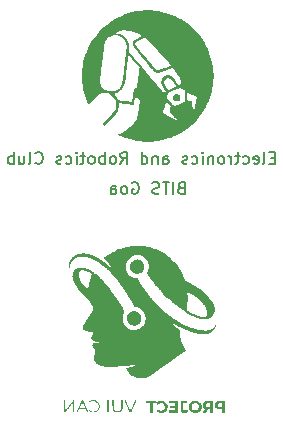
<source format=gbr>
%TF.GenerationSoftware,KiCad,Pcbnew,8.0.4-8.0.4-0~ubuntu22.04.1*%
%TF.CreationDate,2024-09-21T05:32:59+05:30*%
%TF.ProjectId,Servo_pcb_esp32,53657276-6f5f-4706-9362-5f6573703332,rev?*%
%TF.SameCoordinates,Original*%
%TF.FileFunction,Legend,Bot*%
%TF.FilePolarity,Positive*%
%FSLAX46Y46*%
G04 Gerber Fmt 4.6, Leading zero omitted, Abs format (unit mm)*
G04 Created by KiCad (PCBNEW 8.0.4-8.0.4-0~ubuntu22.04.1) date 2024-09-21 05:32:59*
%MOMM*%
%LPD*%
G01*
G04 APERTURE LIST*
%ADD10C,0.200000*%
%ADD11C,0.000000*%
G04 APERTURE END LIST*
D10*
X142336993Y-84503409D02*
X142194136Y-84551028D01*
X142194136Y-84551028D02*
X142146517Y-84598647D01*
X142146517Y-84598647D02*
X142098898Y-84693885D01*
X142098898Y-84693885D02*
X142098898Y-84836742D01*
X142098898Y-84836742D02*
X142146517Y-84931980D01*
X142146517Y-84931980D02*
X142194136Y-84979600D01*
X142194136Y-84979600D02*
X142289374Y-85027219D01*
X142289374Y-85027219D02*
X142670326Y-85027219D01*
X142670326Y-85027219D02*
X142670326Y-84027219D01*
X142670326Y-84027219D02*
X142336993Y-84027219D01*
X142336993Y-84027219D02*
X142241755Y-84074838D01*
X142241755Y-84074838D02*
X142194136Y-84122457D01*
X142194136Y-84122457D02*
X142146517Y-84217695D01*
X142146517Y-84217695D02*
X142146517Y-84312933D01*
X142146517Y-84312933D02*
X142194136Y-84408171D01*
X142194136Y-84408171D02*
X142241755Y-84455790D01*
X142241755Y-84455790D02*
X142336993Y-84503409D01*
X142336993Y-84503409D02*
X142670326Y-84503409D01*
X141670326Y-85027219D02*
X141670326Y-84027219D01*
X141336993Y-84027219D02*
X140765565Y-84027219D01*
X141051279Y-85027219D02*
X141051279Y-84027219D01*
X140479850Y-84979600D02*
X140336993Y-85027219D01*
X140336993Y-85027219D02*
X140098898Y-85027219D01*
X140098898Y-85027219D02*
X140003660Y-84979600D01*
X140003660Y-84979600D02*
X139956041Y-84931980D01*
X139956041Y-84931980D02*
X139908422Y-84836742D01*
X139908422Y-84836742D02*
X139908422Y-84741504D01*
X139908422Y-84741504D02*
X139956041Y-84646266D01*
X139956041Y-84646266D02*
X140003660Y-84598647D01*
X140003660Y-84598647D02*
X140098898Y-84551028D01*
X140098898Y-84551028D02*
X140289374Y-84503409D01*
X140289374Y-84503409D02*
X140384612Y-84455790D01*
X140384612Y-84455790D02*
X140432231Y-84408171D01*
X140432231Y-84408171D02*
X140479850Y-84312933D01*
X140479850Y-84312933D02*
X140479850Y-84217695D01*
X140479850Y-84217695D02*
X140432231Y-84122457D01*
X140432231Y-84122457D02*
X140384612Y-84074838D01*
X140384612Y-84074838D02*
X140289374Y-84027219D01*
X140289374Y-84027219D02*
X140051279Y-84027219D01*
X140051279Y-84027219D02*
X139908422Y-84074838D01*
X138194136Y-84074838D02*
X138289374Y-84027219D01*
X138289374Y-84027219D02*
X138432231Y-84027219D01*
X138432231Y-84027219D02*
X138575088Y-84074838D01*
X138575088Y-84074838D02*
X138670326Y-84170076D01*
X138670326Y-84170076D02*
X138717945Y-84265314D01*
X138717945Y-84265314D02*
X138765564Y-84455790D01*
X138765564Y-84455790D02*
X138765564Y-84598647D01*
X138765564Y-84598647D02*
X138717945Y-84789123D01*
X138717945Y-84789123D02*
X138670326Y-84884361D01*
X138670326Y-84884361D02*
X138575088Y-84979600D01*
X138575088Y-84979600D02*
X138432231Y-85027219D01*
X138432231Y-85027219D02*
X138336993Y-85027219D01*
X138336993Y-85027219D02*
X138194136Y-84979600D01*
X138194136Y-84979600D02*
X138146517Y-84931980D01*
X138146517Y-84931980D02*
X138146517Y-84598647D01*
X138146517Y-84598647D02*
X138336993Y-84598647D01*
X137575088Y-85027219D02*
X137670326Y-84979600D01*
X137670326Y-84979600D02*
X137717945Y-84931980D01*
X137717945Y-84931980D02*
X137765564Y-84836742D01*
X137765564Y-84836742D02*
X137765564Y-84551028D01*
X137765564Y-84551028D02*
X137717945Y-84455790D01*
X137717945Y-84455790D02*
X137670326Y-84408171D01*
X137670326Y-84408171D02*
X137575088Y-84360552D01*
X137575088Y-84360552D02*
X137432231Y-84360552D01*
X137432231Y-84360552D02*
X137336993Y-84408171D01*
X137336993Y-84408171D02*
X137289374Y-84455790D01*
X137289374Y-84455790D02*
X137241755Y-84551028D01*
X137241755Y-84551028D02*
X137241755Y-84836742D01*
X137241755Y-84836742D02*
X137289374Y-84931980D01*
X137289374Y-84931980D02*
X137336993Y-84979600D01*
X137336993Y-84979600D02*
X137432231Y-85027219D01*
X137432231Y-85027219D02*
X137575088Y-85027219D01*
X136384612Y-85027219D02*
X136384612Y-84503409D01*
X136384612Y-84503409D02*
X136432231Y-84408171D01*
X136432231Y-84408171D02*
X136527469Y-84360552D01*
X136527469Y-84360552D02*
X136717945Y-84360552D01*
X136717945Y-84360552D02*
X136813183Y-84408171D01*
X136384612Y-84979600D02*
X136479850Y-85027219D01*
X136479850Y-85027219D02*
X136717945Y-85027219D01*
X136717945Y-85027219D02*
X136813183Y-84979600D01*
X136813183Y-84979600D02*
X136860802Y-84884361D01*
X136860802Y-84884361D02*
X136860802Y-84789123D01*
X136860802Y-84789123D02*
X136813183Y-84693885D01*
X136813183Y-84693885D02*
X136717945Y-84646266D01*
X136717945Y-84646266D02*
X136479850Y-84646266D01*
X136479850Y-84646266D02*
X136384612Y-84598647D01*
X150290326Y-81963409D02*
X149956993Y-81963409D01*
X149814136Y-82487219D02*
X150290326Y-82487219D01*
X150290326Y-82487219D02*
X150290326Y-81487219D01*
X150290326Y-81487219D02*
X149814136Y-81487219D01*
X149242707Y-82487219D02*
X149337945Y-82439600D01*
X149337945Y-82439600D02*
X149385564Y-82344361D01*
X149385564Y-82344361D02*
X149385564Y-81487219D01*
X148480802Y-82439600D02*
X148576040Y-82487219D01*
X148576040Y-82487219D02*
X148766516Y-82487219D01*
X148766516Y-82487219D02*
X148861754Y-82439600D01*
X148861754Y-82439600D02*
X148909373Y-82344361D01*
X148909373Y-82344361D02*
X148909373Y-81963409D01*
X148909373Y-81963409D02*
X148861754Y-81868171D01*
X148861754Y-81868171D02*
X148766516Y-81820552D01*
X148766516Y-81820552D02*
X148576040Y-81820552D01*
X148576040Y-81820552D02*
X148480802Y-81868171D01*
X148480802Y-81868171D02*
X148433183Y-81963409D01*
X148433183Y-81963409D02*
X148433183Y-82058647D01*
X148433183Y-82058647D02*
X148909373Y-82153885D01*
X147576040Y-82439600D02*
X147671278Y-82487219D01*
X147671278Y-82487219D02*
X147861754Y-82487219D01*
X147861754Y-82487219D02*
X147956992Y-82439600D01*
X147956992Y-82439600D02*
X148004611Y-82391980D01*
X148004611Y-82391980D02*
X148052230Y-82296742D01*
X148052230Y-82296742D02*
X148052230Y-82011028D01*
X148052230Y-82011028D02*
X148004611Y-81915790D01*
X148004611Y-81915790D02*
X147956992Y-81868171D01*
X147956992Y-81868171D02*
X147861754Y-81820552D01*
X147861754Y-81820552D02*
X147671278Y-81820552D01*
X147671278Y-81820552D02*
X147576040Y-81868171D01*
X147290325Y-81820552D02*
X146909373Y-81820552D01*
X147147468Y-81487219D02*
X147147468Y-82344361D01*
X147147468Y-82344361D02*
X147099849Y-82439600D01*
X147099849Y-82439600D02*
X147004611Y-82487219D01*
X147004611Y-82487219D02*
X146909373Y-82487219D01*
X146576039Y-82487219D02*
X146576039Y-81820552D01*
X146576039Y-82011028D02*
X146528420Y-81915790D01*
X146528420Y-81915790D02*
X146480801Y-81868171D01*
X146480801Y-81868171D02*
X146385563Y-81820552D01*
X146385563Y-81820552D02*
X146290325Y-81820552D01*
X145814134Y-82487219D02*
X145909372Y-82439600D01*
X145909372Y-82439600D02*
X145956991Y-82391980D01*
X145956991Y-82391980D02*
X146004610Y-82296742D01*
X146004610Y-82296742D02*
X146004610Y-82011028D01*
X146004610Y-82011028D02*
X145956991Y-81915790D01*
X145956991Y-81915790D02*
X145909372Y-81868171D01*
X145909372Y-81868171D02*
X145814134Y-81820552D01*
X145814134Y-81820552D02*
X145671277Y-81820552D01*
X145671277Y-81820552D02*
X145576039Y-81868171D01*
X145576039Y-81868171D02*
X145528420Y-81915790D01*
X145528420Y-81915790D02*
X145480801Y-82011028D01*
X145480801Y-82011028D02*
X145480801Y-82296742D01*
X145480801Y-82296742D02*
X145528420Y-82391980D01*
X145528420Y-82391980D02*
X145576039Y-82439600D01*
X145576039Y-82439600D02*
X145671277Y-82487219D01*
X145671277Y-82487219D02*
X145814134Y-82487219D01*
X145052229Y-81820552D02*
X145052229Y-82487219D01*
X145052229Y-81915790D02*
X145004610Y-81868171D01*
X145004610Y-81868171D02*
X144909372Y-81820552D01*
X144909372Y-81820552D02*
X144766515Y-81820552D01*
X144766515Y-81820552D02*
X144671277Y-81868171D01*
X144671277Y-81868171D02*
X144623658Y-81963409D01*
X144623658Y-81963409D02*
X144623658Y-82487219D01*
X144147467Y-82487219D02*
X144147467Y-81820552D01*
X144147467Y-81487219D02*
X144195086Y-81534838D01*
X144195086Y-81534838D02*
X144147467Y-81582457D01*
X144147467Y-81582457D02*
X144099848Y-81534838D01*
X144099848Y-81534838D02*
X144147467Y-81487219D01*
X144147467Y-81487219D02*
X144147467Y-81582457D01*
X143242706Y-82439600D02*
X143337944Y-82487219D01*
X143337944Y-82487219D02*
X143528420Y-82487219D01*
X143528420Y-82487219D02*
X143623658Y-82439600D01*
X143623658Y-82439600D02*
X143671277Y-82391980D01*
X143671277Y-82391980D02*
X143718896Y-82296742D01*
X143718896Y-82296742D02*
X143718896Y-82011028D01*
X143718896Y-82011028D02*
X143671277Y-81915790D01*
X143671277Y-81915790D02*
X143623658Y-81868171D01*
X143623658Y-81868171D02*
X143528420Y-81820552D01*
X143528420Y-81820552D02*
X143337944Y-81820552D01*
X143337944Y-81820552D02*
X143242706Y-81868171D01*
X142861753Y-82439600D02*
X142766515Y-82487219D01*
X142766515Y-82487219D02*
X142576039Y-82487219D01*
X142576039Y-82487219D02*
X142480801Y-82439600D01*
X142480801Y-82439600D02*
X142433182Y-82344361D01*
X142433182Y-82344361D02*
X142433182Y-82296742D01*
X142433182Y-82296742D02*
X142480801Y-82201504D01*
X142480801Y-82201504D02*
X142576039Y-82153885D01*
X142576039Y-82153885D02*
X142718896Y-82153885D01*
X142718896Y-82153885D02*
X142814134Y-82106266D01*
X142814134Y-82106266D02*
X142861753Y-82011028D01*
X142861753Y-82011028D02*
X142861753Y-81963409D01*
X142861753Y-81963409D02*
X142814134Y-81868171D01*
X142814134Y-81868171D02*
X142718896Y-81820552D01*
X142718896Y-81820552D02*
X142576039Y-81820552D01*
X142576039Y-81820552D02*
X142480801Y-81868171D01*
X140814134Y-82487219D02*
X140814134Y-81963409D01*
X140814134Y-81963409D02*
X140861753Y-81868171D01*
X140861753Y-81868171D02*
X140956991Y-81820552D01*
X140956991Y-81820552D02*
X141147467Y-81820552D01*
X141147467Y-81820552D02*
X141242705Y-81868171D01*
X140814134Y-82439600D02*
X140909372Y-82487219D01*
X140909372Y-82487219D02*
X141147467Y-82487219D01*
X141147467Y-82487219D02*
X141242705Y-82439600D01*
X141242705Y-82439600D02*
X141290324Y-82344361D01*
X141290324Y-82344361D02*
X141290324Y-82249123D01*
X141290324Y-82249123D02*
X141242705Y-82153885D01*
X141242705Y-82153885D02*
X141147467Y-82106266D01*
X141147467Y-82106266D02*
X140909372Y-82106266D01*
X140909372Y-82106266D02*
X140814134Y-82058647D01*
X140337943Y-81820552D02*
X140337943Y-82487219D01*
X140337943Y-81915790D02*
X140290324Y-81868171D01*
X140290324Y-81868171D02*
X140195086Y-81820552D01*
X140195086Y-81820552D02*
X140052229Y-81820552D01*
X140052229Y-81820552D02*
X139956991Y-81868171D01*
X139956991Y-81868171D02*
X139909372Y-81963409D01*
X139909372Y-81963409D02*
X139909372Y-82487219D01*
X139004610Y-82487219D02*
X139004610Y-81487219D01*
X139004610Y-82439600D02*
X139099848Y-82487219D01*
X139099848Y-82487219D02*
X139290324Y-82487219D01*
X139290324Y-82487219D02*
X139385562Y-82439600D01*
X139385562Y-82439600D02*
X139433181Y-82391980D01*
X139433181Y-82391980D02*
X139480800Y-82296742D01*
X139480800Y-82296742D02*
X139480800Y-82011028D01*
X139480800Y-82011028D02*
X139433181Y-81915790D01*
X139433181Y-81915790D02*
X139385562Y-81868171D01*
X139385562Y-81868171D02*
X139290324Y-81820552D01*
X139290324Y-81820552D02*
X139099848Y-81820552D01*
X139099848Y-81820552D02*
X139004610Y-81868171D01*
X137195086Y-82487219D02*
X137528419Y-82011028D01*
X137766514Y-82487219D02*
X137766514Y-81487219D01*
X137766514Y-81487219D02*
X137385562Y-81487219D01*
X137385562Y-81487219D02*
X137290324Y-81534838D01*
X137290324Y-81534838D02*
X137242705Y-81582457D01*
X137242705Y-81582457D02*
X137195086Y-81677695D01*
X137195086Y-81677695D02*
X137195086Y-81820552D01*
X137195086Y-81820552D02*
X137242705Y-81915790D01*
X137242705Y-81915790D02*
X137290324Y-81963409D01*
X137290324Y-81963409D02*
X137385562Y-82011028D01*
X137385562Y-82011028D02*
X137766514Y-82011028D01*
X136623657Y-82487219D02*
X136718895Y-82439600D01*
X136718895Y-82439600D02*
X136766514Y-82391980D01*
X136766514Y-82391980D02*
X136814133Y-82296742D01*
X136814133Y-82296742D02*
X136814133Y-82011028D01*
X136814133Y-82011028D02*
X136766514Y-81915790D01*
X136766514Y-81915790D02*
X136718895Y-81868171D01*
X136718895Y-81868171D02*
X136623657Y-81820552D01*
X136623657Y-81820552D02*
X136480800Y-81820552D01*
X136480800Y-81820552D02*
X136385562Y-81868171D01*
X136385562Y-81868171D02*
X136337943Y-81915790D01*
X136337943Y-81915790D02*
X136290324Y-82011028D01*
X136290324Y-82011028D02*
X136290324Y-82296742D01*
X136290324Y-82296742D02*
X136337943Y-82391980D01*
X136337943Y-82391980D02*
X136385562Y-82439600D01*
X136385562Y-82439600D02*
X136480800Y-82487219D01*
X136480800Y-82487219D02*
X136623657Y-82487219D01*
X135861752Y-82487219D02*
X135861752Y-81487219D01*
X135861752Y-81868171D02*
X135766514Y-81820552D01*
X135766514Y-81820552D02*
X135576038Y-81820552D01*
X135576038Y-81820552D02*
X135480800Y-81868171D01*
X135480800Y-81868171D02*
X135433181Y-81915790D01*
X135433181Y-81915790D02*
X135385562Y-82011028D01*
X135385562Y-82011028D02*
X135385562Y-82296742D01*
X135385562Y-82296742D02*
X135433181Y-82391980D01*
X135433181Y-82391980D02*
X135480800Y-82439600D01*
X135480800Y-82439600D02*
X135576038Y-82487219D01*
X135576038Y-82487219D02*
X135766514Y-82487219D01*
X135766514Y-82487219D02*
X135861752Y-82439600D01*
X134814133Y-82487219D02*
X134909371Y-82439600D01*
X134909371Y-82439600D02*
X134956990Y-82391980D01*
X134956990Y-82391980D02*
X135004609Y-82296742D01*
X135004609Y-82296742D02*
X135004609Y-82011028D01*
X135004609Y-82011028D02*
X134956990Y-81915790D01*
X134956990Y-81915790D02*
X134909371Y-81868171D01*
X134909371Y-81868171D02*
X134814133Y-81820552D01*
X134814133Y-81820552D02*
X134671276Y-81820552D01*
X134671276Y-81820552D02*
X134576038Y-81868171D01*
X134576038Y-81868171D02*
X134528419Y-81915790D01*
X134528419Y-81915790D02*
X134480800Y-82011028D01*
X134480800Y-82011028D02*
X134480800Y-82296742D01*
X134480800Y-82296742D02*
X134528419Y-82391980D01*
X134528419Y-82391980D02*
X134576038Y-82439600D01*
X134576038Y-82439600D02*
X134671276Y-82487219D01*
X134671276Y-82487219D02*
X134814133Y-82487219D01*
X134195085Y-81820552D02*
X133814133Y-81820552D01*
X134052228Y-81487219D02*
X134052228Y-82344361D01*
X134052228Y-82344361D02*
X134004609Y-82439600D01*
X134004609Y-82439600D02*
X133909371Y-82487219D01*
X133909371Y-82487219D02*
X133814133Y-82487219D01*
X133480799Y-82487219D02*
X133480799Y-81820552D01*
X133480799Y-81487219D02*
X133528418Y-81534838D01*
X133528418Y-81534838D02*
X133480799Y-81582457D01*
X133480799Y-81582457D02*
X133433180Y-81534838D01*
X133433180Y-81534838D02*
X133480799Y-81487219D01*
X133480799Y-81487219D02*
X133480799Y-81582457D01*
X132576038Y-82439600D02*
X132671276Y-82487219D01*
X132671276Y-82487219D02*
X132861752Y-82487219D01*
X132861752Y-82487219D02*
X132956990Y-82439600D01*
X132956990Y-82439600D02*
X133004609Y-82391980D01*
X133004609Y-82391980D02*
X133052228Y-82296742D01*
X133052228Y-82296742D02*
X133052228Y-82011028D01*
X133052228Y-82011028D02*
X133004609Y-81915790D01*
X133004609Y-81915790D02*
X132956990Y-81868171D01*
X132956990Y-81868171D02*
X132861752Y-81820552D01*
X132861752Y-81820552D02*
X132671276Y-81820552D01*
X132671276Y-81820552D02*
X132576038Y-81868171D01*
X132195085Y-82439600D02*
X132099847Y-82487219D01*
X132099847Y-82487219D02*
X131909371Y-82487219D01*
X131909371Y-82487219D02*
X131814133Y-82439600D01*
X131814133Y-82439600D02*
X131766514Y-82344361D01*
X131766514Y-82344361D02*
X131766514Y-82296742D01*
X131766514Y-82296742D02*
X131814133Y-82201504D01*
X131814133Y-82201504D02*
X131909371Y-82153885D01*
X131909371Y-82153885D02*
X132052228Y-82153885D01*
X132052228Y-82153885D02*
X132147466Y-82106266D01*
X132147466Y-82106266D02*
X132195085Y-82011028D01*
X132195085Y-82011028D02*
X132195085Y-81963409D01*
X132195085Y-81963409D02*
X132147466Y-81868171D01*
X132147466Y-81868171D02*
X132052228Y-81820552D01*
X132052228Y-81820552D02*
X131909371Y-81820552D01*
X131909371Y-81820552D02*
X131814133Y-81868171D01*
X130004609Y-82391980D02*
X130052228Y-82439600D01*
X130052228Y-82439600D02*
X130195085Y-82487219D01*
X130195085Y-82487219D02*
X130290323Y-82487219D01*
X130290323Y-82487219D02*
X130433180Y-82439600D01*
X130433180Y-82439600D02*
X130528418Y-82344361D01*
X130528418Y-82344361D02*
X130576037Y-82249123D01*
X130576037Y-82249123D02*
X130623656Y-82058647D01*
X130623656Y-82058647D02*
X130623656Y-81915790D01*
X130623656Y-81915790D02*
X130576037Y-81725314D01*
X130576037Y-81725314D02*
X130528418Y-81630076D01*
X130528418Y-81630076D02*
X130433180Y-81534838D01*
X130433180Y-81534838D02*
X130290323Y-81487219D01*
X130290323Y-81487219D02*
X130195085Y-81487219D01*
X130195085Y-81487219D02*
X130052228Y-81534838D01*
X130052228Y-81534838D02*
X130004609Y-81582457D01*
X129433180Y-82487219D02*
X129528418Y-82439600D01*
X129528418Y-82439600D02*
X129576037Y-82344361D01*
X129576037Y-82344361D02*
X129576037Y-81487219D01*
X128623656Y-81820552D02*
X128623656Y-82487219D01*
X129052227Y-81820552D02*
X129052227Y-82344361D01*
X129052227Y-82344361D02*
X129004608Y-82439600D01*
X129004608Y-82439600D02*
X128909370Y-82487219D01*
X128909370Y-82487219D02*
X128766513Y-82487219D01*
X128766513Y-82487219D02*
X128671275Y-82439600D01*
X128671275Y-82439600D02*
X128623656Y-82391980D01*
X128147465Y-82487219D02*
X128147465Y-81487219D01*
X128147465Y-81868171D02*
X128052227Y-81820552D01*
X128052227Y-81820552D02*
X127861751Y-81820552D01*
X127861751Y-81820552D02*
X127766513Y-81868171D01*
X127766513Y-81868171D02*
X127718894Y-81915790D01*
X127718894Y-81915790D02*
X127671275Y-82011028D01*
X127671275Y-82011028D02*
X127671275Y-82296742D01*
X127671275Y-82296742D02*
X127718894Y-82391980D01*
X127718894Y-82391980D02*
X127766513Y-82439600D01*
X127766513Y-82439600D02*
X127861751Y-82487219D01*
X127861751Y-82487219D02*
X128052227Y-82487219D01*
X128052227Y-82487219D02*
X128147465Y-82439600D01*
D11*
%TO.C,G\u002A\u002A\u002A*%
G36*
X141969270Y-76553332D02*
G01*
X142008722Y-76553816D01*
X142037063Y-76555671D01*
X142059045Y-76559718D01*
X142079416Y-76566781D01*
X142102927Y-76577680D01*
X142105978Y-76579200D01*
X142164739Y-76617718D01*
X142214820Y-76668309D01*
X142252653Y-76727405D01*
X142254613Y-76731418D01*
X142264861Y-76754117D01*
X142271404Y-76774409D01*
X142275063Y-76797035D01*
X142276657Y-76826740D01*
X142277006Y-76868265D01*
X142276983Y-76883600D01*
X142276376Y-76920262D01*
X142274260Y-76946847D01*
X142269731Y-76968218D01*
X142261888Y-76989239D01*
X142249828Y-77014774D01*
X142245748Y-77022763D01*
X142206220Y-77080574D01*
X142155076Y-77128749D01*
X142095141Y-77165077D01*
X142029243Y-77187347D01*
X141995549Y-77191673D01*
X141942753Y-77191119D01*
X141888328Y-77183830D01*
X141839706Y-77170468D01*
X141834151Y-77168281D01*
X141788022Y-77142857D01*
X141742633Y-77106598D01*
X141702897Y-77063977D01*
X141673729Y-77019464D01*
X141657563Y-76981876D01*
X141641205Y-76913930D01*
X141639517Y-76845468D01*
X141651724Y-76778776D01*
X141677054Y-76716135D01*
X141714735Y-76659831D01*
X141763993Y-76612147D01*
X141824054Y-76575367D01*
X141845211Y-76566107D01*
X141866238Y-76559379D01*
X141889580Y-76555512D01*
X141919984Y-76553747D01*
X141962198Y-76553327D01*
X141969270Y-76553332D01*
G37*
G36*
X145018318Y-74217124D02*
G01*
X145027190Y-74279259D01*
X145060224Y-74580983D01*
X145076793Y-74883466D01*
X145076934Y-75186201D01*
X145060685Y-75488680D01*
X145046722Y-75617911D01*
X145028086Y-75790395D01*
X145009517Y-75904451D01*
X144979173Y-76090838D01*
X144913986Y-76389502D01*
X144832562Y-76685878D01*
X144776539Y-76858609D01*
X144773849Y-76866903D01*
X144674411Y-77131741D01*
X144560076Y-77393838D01*
X144431833Y-77651248D01*
X144290670Y-77902025D01*
X144137577Y-78144223D01*
X143973543Y-78375897D01*
X143880288Y-78496905D01*
X143685125Y-78729986D01*
X143524069Y-78902477D01*
X143478463Y-78951321D01*
X143260752Y-79160573D01*
X143032440Y-79357404D01*
X142793977Y-79541477D01*
X142545813Y-79712455D01*
X142288397Y-79870001D01*
X142022179Y-80013776D01*
X141747608Y-80143445D01*
X141465133Y-80258668D01*
X141264974Y-80329469D01*
X140988257Y-80413072D01*
X140705546Y-80482717D01*
X140419250Y-80537894D01*
X140131776Y-80578091D01*
X139845531Y-80602795D01*
X139828291Y-80603636D01*
X139783911Y-80604981D01*
X139727484Y-80605959D01*
X139661870Y-80606582D01*
X139589933Y-80606859D01*
X139514532Y-80606803D01*
X139438529Y-80606425D01*
X139364786Y-80605735D01*
X139296165Y-80604745D01*
X139235526Y-80603466D01*
X139185731Y-80601910D01*
X139149641Y-80600086D01*
X138909905Y-80578653D01*
X138607571Y-80537248D01*
X138309524Y-80480006D01*
X138014969Y-80406770D01*
X137723108Y-80317382D01*
X137706957Y-80311914D01*
X137642797Y-80289311D01*
X137574233Y-80263946D01*
X137502924Y-80236534D01*
X137430529Y-80207792D01*
X137358709Y-80178435D01*
X137289123Y-80149177D01*
X137223430Y-80120736D01*
X137163291Y-80093827D01*
X137110364Y-80069165D01*
X137066310Y-80047466D01*
X137032788Y-80029445D01*
X137011458Y-80015818D01*
X137003979Y-80007301D01*
X137004609Y-80004990D01*
X137015306Y-79995502D01*
X137035045Y-79986652D01*
X137073559Y-79972892D01*
X137148209Y-79941093D01*
X137231133Y-79900318D01*
X137319856Y-79851996D01*
X137411907Y-79797558D01*
X137504813Y-79738431D01*
X137596102Y-79676047D01*
X137683300Y-79611835D01*
X137755531Y-79555015D01*
X137873154Y-79457101D01*
X137994437Y-79350198D01*
X138116377Y-79237180D01*
X138235971Y-79120923D01*
X138350214Y-79004304D01*
X138456104Y-78890197D01*
X138550636Y-78781478D01*
X138599423Y-78723132D01*
X138688036Y-78189143D01*
X138688718Y-78185036D01*
X138709216Y-78061155D01*
X140814888Y-78061155D01*
X140818423Y-78093061D01*
X140831118Y-78135288D01*
X140850474Y-78174075D01*
X140873773Y-78202881D01*
X140878439Y-78206067D01*
X140897091Y-78217222D01*
X140928514Y-78235270D01*
X140971598Y-78259597D01*
X141025236Y-78289587D01*
X141088317Y-78324624D01*
X141159733Y-78364094D01*
X141238374Y-78407380D01*
X141323130Y-78453867D01*
X141412894Y-78502940D01*
X141506556Y-78553983D01*
X141564005Y-78585245D01*
X141655770Y-78635189D01*
X141743146Y-78682756D01*
X141825003Y-78727329D01*
X141900212Y-78768293D01*
X141967642Y-78805033D01*
X142026166Y-78836934D01*
X142074653Y-78863378D01*
X142111973Y-78883753D01*
X142136998Y-78897441D01*
X142148597Y-78903827D01*
X142148877Y-78902477D01*
X142139368Y-78891051D01*
X142119592Y-78869562D01*
X142090407Y-78838890D01*
X142052673Y-78799915D01*
X142007247Y-78753517D01*
X141954988Y-78700576D01*
X141896754Y-78641974D01*
X141833404Y-78578589D01*
X141765797Y-78511303D01*
X141354001Y-78102512D01*
X141435141Y-77863739D01*
X141516280Y-77624966D01*
X141297573Y-77416381D01*
X141297378Y-77416195D01*
X141247275Y-77368504D01*
X141200910Y-77324551D01*
X141159655Y-77285622D01*
X141124883Y-77253005D01*
X141097964Y-77227985D01*
X141080270Y-77211849D01*
X141073174Y-77205884D01*
X141072507Y-77206673D01*
X141067484Y-77219056D01*
X141058249Y-77245309D01*
X141045281Y-77283966D01*
X141029056Y-77333556D01*
X141010052Y-77392612D01*
X140988747Y-77459664D01*
X140965619Y-77533245D01*
X140941145Y-77611885D01*
X140935181Y-77631158D01*
X140904860Y-77729765D01*
X140879423Y-77813719D01*
X140858611Y-77883938D01*
X140842165Y-77941340D01*
X140829828Y-77986845D01*
X140821342Y-78021370D01*
X140816448Y-78045834D01*
X140814888Y-78061155D01*
X138709216Y-78061155D01*
X138713725Y-78033908D01*
X138736015Y-77898153D01*
X138755694Y-77776842D01*
X138772870Y-77669048D01*
X138787652Y-77573841D01*
X138800148Y-77490294D01*
X138810464Y-77417478D01*
X138818711Y-77354465D01*
X138824994Y-77300326D01*
X138829423Y-77254132D01*
X138832105Y-77214956D01*
X138833148Y-77181868D01*
X138832661Y-77153941D01*
X138830751Y-77130246D01*
X138827525Y-77109855D01*
X138823093Y-77091839D01*
X138817562Y-77075269D01*
X138812836Y-77063958D01*
X138787481Y-77020903D01*
X138752349Y-76977806D01*
X138711795Y-76939525D01*
X138691932Y-76925872D01*
X141129590Y-76925872D01*
X141129619Y-76928807D01*
X141130249Y-76936185D01*
X141132414Y-76944003D01*
X141137039Y-76953284D01*
X141145051Y-76965053D01*
X141157376Y-76980336D01*
X141174940Y-77000156D01*
X141198669Y-77025538D01*
X141229489Y-77057507D01*
X141268327Y-77097088D01*
X141316108Y-77145305D01*
X141373759Y-77203183D01*
X141442205Y-77271746D01*
X141471368Y-77300925D01*
X141529175Y-77358631D01*
X141582920Y-77412108D01*
X141631513Y-77460283D01*
X141673866Y-77502083D01*
X141708889Y-77536433D01*
X141735493Y-77562260D01*
X141752587Y-77578490D01*
X141759083Y-77584049D01*
X141760187Y-77583752D01*
X141766563Y-77581401D01*
X141779156Y-77576349D01*
X141799096Y-77568120D01*
X141827509Y-77556241D01*
X141865525Y-77540237D01*
X141914271Y-77519635D01*
X141974876Y-77493959D01*
X142048466Y-77462735D01*
X142136171Y-77425489D01*
X142140656Y-77423583D01*
X142232143Y-77384241D01*
X142317937Y-77346491D01*
X142396652Y-77310986D01*
X142466905Y-77278378D01*
X142527312Y-77249320D01*
X142576490Y-77224463D01*
X142613055Y-77204462D01*
X142635622Y-77189968D01*
X142664363Y-77168046D01*
X142658938Y-76786127D01*
X142658028Y-76725623D01*
X142657466Y-76692429D01*
X142829575Y-76692429D01*
X142829888Y-76761478D01*
X142832061Y-77064900D01*
X143043314Y-77127356D01*
X143098752Y-77143759D01*
X143149500Y-77158800D01*
X143180629Y-77168046D01*
X143192686Y-77171627D01*
X143226229Y-77181620D01*
X143248046Y-77188160D01*
X143256055Y-77190627D01*
X143256454Y-77193308D01*
X143258343Y-77210210D01*
X143261628Y-77241499D01*
X143266174Y-77285832D01*
X143271846Y-77341865D01*
X143278510Y-77408256D01*
X143286029Y-77483662D01*
X143294269Y-77566738D01*
X143303095Y-77656143D01*
X143312372Y-77750533D01*
X143317312Y-77800767D01*
X143326535Y-77893755D01*
X143335343Y-77981576D01*
X143343589Y-78062814D01*
X143351126Y-78136053D01*
X143357807Y-78199878D01*
X143363484Y-78252874D01*
X143368009Y-78293625D01*
X143371236Y-78320715D01*
X143373016Y-78332728D01*
X143373882Y-78333451D01*
X143377220Y-78325258D01*
X143382788Y-78304014D01*
X143390658Y-78269356D01*
X143400903Y-78220922D01*
X143413597Y-78158348D01*
X143428812Y-78081273D01*
X143446622Y-77989334D01*
X143467099Y-77882167D01*
X143490316Y-77759410D01*
X143516347Y-77620700D01*
X143528299Y-77556822D01*
X143551056Y-77435185D01*
X143570994Y-77328302D01*
X143588241Y-77235132D01*
X143602926Y-77154636D01*
X143615177Y-77085772D01*
X143625121Y-77027500D01*
X143632888Y-76978780D01*
X143638605Y-76938571D01*
X143642401Y-76905833D01*
X143644405Y-76879526D01*
X143644743Y-76858609D01*
X143643545Y-76842041D01*
X143640939Y-76828782D01*
X143637053Y-76817793D01*
X143632016Y-76808031D01*
X143625955Y-76798458D01*
X143618999Y-76788032D01*
X143616171Y-76783911D01*
X143594416Y-76757938D01*
X143570555Y-76735924D01*
X143570208Y-76735674D01*
X143557386Y-76729255D01*
X143531179Y-76717993D01*
X143493508Y-76702615D01*
X143446294Y-76683845D01*
X143391458Y-76662408D01*
X143330921Y-76639030D01*
X143266604Y-76614437D01*
X143200427Y-76589353D01*
X143134313Y-76564503D01*
X143070181Y-76540614D01*
X143009954Y-76518410D01*
X142955551Y-76498617D01*
X142908894Y-76481960D01*
X142871904Y-76469164D01*
X142846501Y-76460954D01*
X142834608Y-76458056D01*
X142834556Y-76458065D01*
X142833052Y-76466542D01*
X142831779Y-76489696D01*
X142830766Y-76525694D01*
X142830042Y-76572704D01*
X142829636Y-76628893D01*
X142829575Y-76692429D01*
X142657466Y-76692429D01*
X142656703Y-76647327D01*
X142655292Y-76573627D01*
X142653842Y-76506517D01*
X142652400Y-76447993D01*
X142651013Y-76400050D01*
X142649728Y-76364685D01*
X142648590Y-76343891D01*
X142646867Y-76324130D01*
X142643701Y-76300508D01*
X142638258Y-76280573D01*
X142628972Y-76262933D01*
X142614276Y-76246197D01*
X142592606Y-76228976D01*
X142562395Y-76209877D01*
X142522078Y-76187510D01*
X142470088Y-76160485D01*
X142404859Y-76127411D01*
X142201336Y-76024587D01*
X141710082Y-76251318D01*
X141677357Y-76266433D01*
X141574304Y-76314210D01*
X141485571Y-76355663D01*
X141410518Y-76391105D01*
X141348510Y-76420847D01*
X141298907Y-76445201D01*
X141261072Y-76464479D01*
X141234367Y-76478993D01*
X141218154Y-76489056D01*
X141211796Y-76494977D01*
X141211311Y-76496240D01*
X141206374Y-76513875D01*
X141199274Y-76544526D01*
X141190565Y-76585281D01*
X141180801Y-76633230D01*
X141170540Y-76685464D01*
X141160334Y-76739072D01*
X141150741Y-76791144D01*
X141142315Y-76838770D01*
X141135611Y-76879040D01*
X141131184Y-76909044D01*
X141129590Y-76925872D01*
X138691932Y-76925872D01*
X138670177Y-76910918D01*
X138664884Y-76908301D01*
X138641321Y-76899178D01*
X138609118Y-76888911D01*
X138571772Y-76878363D01*
X138532776Y-76868397D01*
X138495627Y-76859878D01*
X138463819Y-76853669D01*
X138440849Y-76850633D01*
X138430210Y-76851633D01*
X138428138Y-76859476D01*
X138423474Y-76881907D01*
X138416614Y-76917048D01*
X138407910Y-76963042D01*
X138397713Y-77018031D01*
X138386374Y-77080160D01*
X138374244Y-77147571D01*
X138363347Y-77208537D01*
X138351751Y-77273379D01*
X138341241Y-77332122D01*
X138332181Y-77382725D01*
X138324938Y-77423145D01*
X138319876Y-77451338D01*
X138317363Y-77465264D01*
X138312697Y-77490769D01*
X137702101Y-77413631D01*
X137701398Y-77413542D01*
X137602726Y-77401165D01*
X137508877Y-77389565D01*
X137421140Y-77378889D01*
X137340806Y-77369287D01*
X137269165Y-77360907D01*
X137207507Y-77353899D01*
X137157122Y-77348412D01*
X137119300Y-77344594D01*
X137095331Y-77342594D01*
X137086505Y-77342561D01*
X137085531Y-77345657D01*
X137082197Y-77362994D01*
X137077155Y-77393674D01*
X137070710Y-77435685D01*
X137063167Y-77487015D01*
X137054832Y-77545654D01*
X137046009Y-77609589D01*
X137043403Y-77628719D01*
X137031853Y-77712522D01*
X137021907Y-77782153D01*
X137013170Y-77839494D01*
X137005248Y-77886424D01*
X136997749Y-77924824D01*
X136990279Y-77956575D01*
X136982443Y-77983557D01*
X136973847Y-78007651D01*
X136964099Y-78030737D01*
X136952804Y-78054696D01*
X136952767Y-78054771D01*
X136945100Y-78069971D01*
X136936795Y-78084960D01*
X136927038Y-78100691D01*
X136915013Y-78118118D01*
X136899907Y-78138194D01*
X136880904Y-78161873D01*
X136857191Y-78190108D01*
X136827952Y-78223854D01*
X136792372Y-78264063D01*
X136749639Y-78311689D01*
X136698936Y-78367685D01*
X136639449Y-78433006D01*
X136570363Y-78508605D01*
X136490865Y-78595434D01*
X136482299Y-78604783D01*
X136386387Y-78709174D01*
X136297130Y-78805786D01*
X136214965Y-78894161D01*
X136140331Y-78973841D01*
X136073665Y-79044368D01*
X136015406Y-79105283D01*
X135965991Y-79156128D01*
X135925858Y-79196446D01*
X135895446Y-79225778D01*
X135875191Y-79243666D01*
X135865533Y-79249652D01*
X135865460Y-79249648D01*
X135856033Y-79243999D01*
X135837339Y-79229183D01*
X135812054Y-79207421D01*
X135782851Y-79180935D01*
X135709115Y-79112470D01*
X136171243Y-78595064D01*
X136208578Y-78553234D01*
X136279007Y-78474163D01*
X136346529Y-78398150D01*
X136410239Y-78326225D01*
X136469230Y-78259419D01*
X136522595Y-78198762D01*
X136569430Y-78145286D01*
X136608827Y-78100022D01*
X136639881Y-78064001D01*
X136661685Y-78038253D01*
X136673334Y-78023810D01*
X136696084Y-77991199D01*
X136745229Y-77906077D01*
X136787988Y-77811021D01*
X136822550Y-77710355D01*
X136847107Y-77608403D01*
X136852027Y-77573886D01*
X136856117Y-77514501D01*
X136856848Y-77448158D01*
X136854332Y-77380282D01*
X136848679Y-77316302D01*
X136840001Y-77261644D01*
X136835781Y-77242499D01*
X136799343Y-77119510D01*
X136748823Y-77004058D01*
X136685088Y-76897137D01*
X136609005Y-76799744D01*
X136521440Y-76712872D01*
X136423261Y-76637517D01*
X136315334Y-76574674D01*
X136226959Y-76537347D01*
X136699087Y-76537347D01*
X136699150Y-76537867D01*
X136705335Y-76547261D01*
X136719708Y-76566510D01*
X136740435Y-76593202D01*
X136765681Y-76624923D01*
X136860938Y-76755532D01*
X136945748Y-76897883D01*
X137016211Y-77046249D01*
X137016700Y-77047423D01*
X137028562Y-77074816D01*
X137038389Y-77095736D01*
X137044098Y-77105739D01*
X137045928Y-77106304D01*
X137061388Y-77108820D01*
X137091369Y-77112851D01*
X137134496Y-77118235D01*
X137189390Y-77124811D01*
X137254675Y-77132418D01*
X137328973Y-77140894D01*
X137410906Y-77150079D01*
X137499099Y-77159811D01*
X137592172Y-77169928D01*
X137629792Y-77173989D01*
X137721592Y-77183916D01*
X137808246Y-77193312D01*
X137888339Y-77202021D01*
X137960453Y-77209888D01*
X138023174Y-77216758D01*
X138075084Y-77222476D01*
X138114769Y-77226887D01*
X138140812Y-77229837D01*
X138151797Y-77231170D01*
X138152823Y-77231296D01*
X138156259Y-77230798D01*
X138159585Y-77227942D01*
X138163028Y-77221562D01*
X138166816Y-77210490D01*
X138171177Y-77193560D01*
X138176337Y-77169605D01*
X138182525Y-77137458D01*
X138189968Y-77095952D01*
X138198893Y-77043920D01*
X138209529Y-76980196D01*
X138222102Y-76903612D01*
X138236841Y-76813001D01*
X138253972Y-76707197D01*
X138258412Y-76679758D01*
X138273078Y-76589321D01*
X138286976Y-76503921D01*
X138299873Y-76424974D01*
X138311534Y-76353893D01*
X138321728Y-76292096D01*
X138330221Y-76240996D01*
X138336779Y-76202008D01*
X138341170Y-76176549D01*
X138343160Y-76166032D01*
X138344227Y-76164055D01*
X138357006Y-76153057D01*
X138382315Y-76136735D01*
X138418171Y-76116301D01*
X138462593Y-76092969D01*
X138486019Y-76080915D01*
X138522479Y-76061407D01*
X138551650Y-76044840D01*
X138571004Y-76032671D01*
X138578017Y-76026359D01*
X138579113Y-76017528D01*
X138582392Y-75993595D01*
X138587660Y-75955949D01*
X138594721Y-75905950D01*
X138603380Y-75844958D01*
X138613440Y-75774333D01*
X138624706Y-75695434D01*
X138636983Y-75609622D01*
X138650075Y-75518257D01*
X138663786Y-75422699D01*
X138677920Y-75324308D01*
X138692283Y-75224443D01*
X138706679Y-75124466D01*
X138720911Y-75025735D01*
X138734785Y-74929611D01*
X138748104Y-74837454D01*
X138760674Y-74750624D01*
X138772298Y-74670481D01*
X138782781Y-74598384D01*
X138791927Y-74535695D01*
X138799541Y-74483772D01*
X138805426Y-74443977D01*
X138809389Y-74417668D01*
X138825666Y-74311690D01*
X138347683Y-73749286D01*
X138278709Y-73668256D01*
X138211175Y-73589174D01*
X138147483Y-73514846D01*
X138088395Y-73446150D01*
X138034673Y-73383962D01*
X137987078Y-73329161D01*
X137946374Y-73282623D01*
X137913321Y-73245226D01*
X137888683Y-73217847D01*
X137873221Y-73201364D01*
X137867697Y-73196654D01*
X137866832Y-73203523D01*
X137864191Y-73226053D01*
X137859894Y-73263318D01*
X137854047Y-73314385D01*
X137846755Y-73378319D01*
X137838126Y-73454187D01*
X137828264Y-73541055D01*
X137817276Y-73637989D01*
X137805267Y-73744054D01*
X137792344Y-73858317D01*
X137778612Y-73979844D01*
X137764178Y-74107701D01*
X137749147Y-74240954D01*
X137733626Y-74378670D01*
X137721259Y-74488146D01*
X137705833Y-74623875D01*
X137690832Y-74754965D01*
X137676374Y-74880431D01*
X137662575Y-74999287D01*
X137649553Y-75110547D01*
X137637424Y-75213227D01*
X137626307Y-75306339D01*
X137616317Y-75388899D01*
X137607573Y-75459920D01*
X137600192Y-75518417D01*
X137594290Y-75563404D01*
X137589985Y-75593895D01*
X137587394Y-75608904D01*
X137567121Y-75677479D01*
X137536192Y-75758952D01*
X137497810Y-75844291D01*
X137454023Y-75929270D01*
X137406878Y-76009664D01*
X137358424Y-76081249D01*
X137334792Y-76111187D01*
X137295529Y-76155894D01*
X137249769Y-76204019D01*
X137200865Y-76252279D01*
X137152170Y-76297388D01*
X137107035Y-76336062D01*
X137068814Y-76365015D01*
X137046577Y-76379703D01*
X136980220Y-76419061D01*
X136908216Y-76456422D01*
X136836582Y-76488789D01*
X136771334Y-76513166D01*
X136756946Y-76517829D01*
X136728089Y-76527307D01*
X136707561Y-76534228D01*
X136699087Y-76537347D01*
X136226959Y-76537347D01*
X136198526Y-76525338D01*
X136113216Y-76499929D01*
X135990950Y-76477809D01*
X135867281Y-76471353D01*
X135743954Y-76480402D01*
X135622711Y-76504796D01*
X135505295Y-76544376D01*
X135393451Y-76598982D01*
X135371916Y-76611565D01*
X135344789Y-76628463D01*
X135318406Y-76646500D01*
X135291709Y-76666708D01*
X135263639Y-76690119D01*
X135233140Y-76717764D01*
X135199153Y-76750675D01*
X135160622Y-76789883D01*
X135116487Y-76836420D01*
X135065691Y-76891316D01*
X135007177Y-76955604D01*
X134939886Y-77030315D01*
X134862762Y-77116480D01*
X134859512Y-77120118D01*
X134799649Y-77187068D01*
X134743037Y-77250273D01*
X134690647Y-77308655D01*
X134643451Y-77361134D01*
X134602422Y-77406635D01*
X134568530Y-77444079D01*
X134542748Y-77472388D01*
X134526047Y-77490484D01*
X134519400Y-77497290D01*
X134516557Y-77495408D01*
X134507363Y-77481567D01*
X134493599Y-77456530D01*
X134476577Y-77422729D01*
X134457608Y-77382600D01*
X134374124Y-77192339D01*
X134273158Y-76933501D01*
X134186120Y-76672579D01*
X134112459Y-76407546D01*
X134051627Y-76136371D01*
X134003075Y-75857026D01*
X133966253Y-75567482D01*
X133964761Y-75552289D01*
X133960210Y-75490626D01*
X133959229Y-75470840D01*
X135466195Y-75470840D01*
X135466859Y-75491979D01*
X135468216Y-75510611D01*
X135470198Y-75527483D01*
X135472733Y-75543343D01*
X135475750Y-75558940D01*
X135479179Y-75575022D01*
X135482950Y-75592336D01*
X135491844Y-75629950D01*
X135530210Y-75747032D01*
X135582532Y-75856533D01*
X135647830Y-75957399D01*
X135725126Y-76048573D01*
X135813441Y-76129001D01*
X135911798Y-76197627D01*
X136019217Y-76253396D01*
X136134719Y-76295253D01*
X136166717Y-76303359D01*
X136213244Y-76313031D01*
X136264194Y-76321964D01*
X136313123Y-76328941D01*
X136347841Y-76332959D01*
X136411566Y-76338607D01*
X136466552Y-76340494D01*
X136517798Y-76338708D01*
X136570302Y-76333331D01*
X136609270Y-76327387D01*
X136725577Y-76299084D01*
X136836241Y-76256416D01*
X136940019Y-76200480D01*
X137035666Y-76132373D01*
X137121937Y-76053191D01*
X137197589Y-75964031D01*
X137261377Y-75865989D01*
X137312058Y-75760162D01*
X137348385Y-75647645D01*
X137350769Y-75636312D01*
X137355692Y-75607440D01*
X137362291Y-75564014D01*
X137370586Y-75505876D01*
X137380598Y-75432867D01*
X137392348Y-75344829D01*
X137405856Y-75241603D01*
X137421142Y-75123030D01*
X137438228Y-74988952D01*
X137457133Y-74839210D01*
X137477879Y-74673645D01*
X137500485Y-74492100D01*
X137524972Y-74294414D01*
X137551362Y-74080431D01*
X137562230Y-73992120D01*
X137583923Y-73815782D01*
X137603710Y-73654770D01*
X137621676Y-73508323D01*
X137637906Y-73375681D01*
X137652484Y-73256082D01*
X137665497Y-73148767D01*
X137677029Y-73052975D01*
X137687166Y-72967944D01*
X137695992Y-72892915D01*
X137703592Y-72827126D01*
X137710051Y-72769818D01*
X137715455Y-72720228D01*
X137719889Y-72677597D01*
X137723438Y-72641164D01*
X137726186Y-72610168D01*
X137728218Y-72583848D01*
X137729621Y-72561444D01*
X137730479Y-72542196D01*
X137730876Y-72525342D01*
X137730899Y-72510122D01*
X137730631Y-72495774D01*
X137730159Y-72481540D01*
X137723664Y-72395212D01*
X137708399Y-72307781D01*
X137683247Y-72223749D01*
X137646729Y-72137011D01*
X137611485Y-72068317D01*
X137571825Y-72004790D01*
X137525730Y-71944948D01*
X137469142Y-71882986D01*
X137435275Y-71849682D01*
X137346708Y-71775926D01*
X137251787Y-71715552D01*
X137149270Y-71668044D01*
X137037913Y-71632882D01*
X136916471Y-71609550D01*
X136783703Y-71597528D01*
X136750175Y-71596511D01*
X136627070Y-71602796D01*
X136508681Y-71624897D01*
X136395479Y-71662629D01*
X136287934Y-71715809D01*
X136186517Y-71784254D01*
X136091698Y-71867778D01*
X136036730Y-71927545D01*
X135965825Y-72023406D01*
X135908073Y-72126544D01*
X135864602Y-72234840D01*
X135836543Y-72346173D01*
X135835701Y-72351721D01*
X135832694Y-72373898D01*
X135827835Y-72411180D01*
X135821231Y-72462713D01*
X135812987Y-72527641D01*
X135803211Y-72605111D01*
X135792010Y-72694268D01*
X135779490Y-72794257D01*
X135765758Y-72904225D01*
X135750921Y-73023316D01*
X135735085Y-73150676D01*
X135718359Y-73285450D01*
X135700847Y-73426785D01*
X135682657Y-73573825D01*
X135663897Y-73725717D01*
X135644671Y-73881605D01*
X135629706Y-74003030D01*
X135607743Y-74181238D01*
X135587677Y-74344223D01*
X135569436Y-74492733D01*
X135552951Y-74627515D01*
X135538150Y-74749318D01*
X135524963Y-74858890D01*
X135513320Y-74956978D01*
X135503148Y-75044332D01*
X135494379Y-75121698D01*
X135486940Y-75189824D01*
X135480761Y-75249460D01*
X135475772Y-75301352D01*
X135471902Y-75346248D01*
X135469080Y-75384897D01*
X135467235Y-75418047D01*
X135466297Y-75446445D01*
X135466195Y-75470840D01*
X133959229Y-75470840D01*
X133956504Y-75415870D01*
X133953643Y-75330693D01*
X133951626Y-75237768D01*
X133950456Y-75139766D01*
X133950133Y-75039360D01*
X133950656Y-74939222D01*
X133952028Y-74842024D01*
X133954248Y-74750438D01*
X133957317Y-74667136D01*
X133961237Y-74594790D01*
X133966006Y-74536073D01*
X133970049Y-74497508D01*
X134011485Y-74185685D01*
X134067740Y-73881259D01*
X134138835Y-73584178D01*
X134224789Y-73294388D01*
X134325623Y-73011839D01*
X134441355Y-72736479D01*
X134572008Y-72468255D01*
X134717599Y-72207116D01*
X134878150Y-71953009D01*
X135053680Y-71705883D01*
X135183455Y-71539677D01*
X135248147Y-71464179D01*
X136838291Y-71464179D01*
X136841694Y-71466768D01*
X136857480Y-71469764D01*
X136881784Y-71470993D01*
X136896162Y-71471334D01*
X136944639Y-71475071D01*
X137002001Y-71482282D01*
X137063079Y-71492161D01*
X137122706Y-71503907D01*
X137175713Y-71516714D01*
X137180775Y-71518104D01*
X137306979Y-71560735D01*
X137422037Y-71615608D01*
X137525871Y-71682636D01*
X137618402Y-71761731D01*
X137699553Y-71852808D01*
X137769247Y-71955779D01*
X137827406Y-72070559D01*
X137873952Y-72197059D01*
X137908807Y-72335195D01*
X137913797Y-72361223D01*
X137919503Y-72397267D01*
X137923399Y-72433612D01*
X137925783Y-72474322D01*
X137926637Y-72510122D01*
X137926955Y-72523462D01*
X137927215Y-72585095D01*
X137926875Y-72624107D01*
X137925406Y-72686038D01*
X137922986Y-72747678D01*
X137919842Y-72803601D01*
X137916202Y-72848383D01*
X137905409Y-72954268D01*
X137942026Y-72997503D01*
X137955608Y-73013540D01*
X138048879Y-73123748D01*
X138146744Y-73239505D01*
X138248679Y-73360183D01*
X138354155Y-73485153D01*
X138462646Y-73613787D01*
X138573625Y-73745458D01*
X138686565Y-73879536D01*
X138800940Y-74015395D01*
X138916223Y-74152405D01*
X139031887Y-74289940D01*
X139050169Y-74311690D01*
X139147405Y-74427370D01*
X139262250Y-74564068D01*
X139375896Y-74699405D01*
X139487816Y-74832753D01*
X139597484Y-74963485D01*
X139704371Y-75090973D01*
X139807952Y-75214587D01*
X139907700Y-75333700D01*
X140003088Y-75447684D01*
X140093589Y-75555911D01*
X140178677Y-75657753D01*
X140257824Y-75752581D01*
X140330504Y-75839768D01*
X140396191Y-75918685D01*
X140454356Y-75988705D01*
X140504474Y-76049199D01*
X140546019Y-76099538D01*
X140578462Y-76139096D01*
X140601277Y-76167244D01*
X140613938Y-76183353D01*
X140649087Y-76230068D01*
X140679165Y-76269303D01*
X140703013Y-76298983D01*
X140722495Y-76321068D01*
X140739479Y-76337520D01*
X140755829Y-76350300D01*
X140773413Y-76361368D01*
X140794096Y-76372686D01*
X140803263Y-76377160D01*
X140851709Y-76392333D01*
X140906400Y-76398771D01*
X140960795Y-76396125D01*
X141008355Y-76384050D01*
X141023617Y-76377742D01*
X141043143Y-76369078D01*
X141052324Y-76364136D01*
X141052312Y-76363685D01*
X141047115Y-76353517D01*
X141034057Y-76331273D01*
X141014085Y-76298480D01*
X140988145Y-76256666D01*
X140957185Y-76207358D01*
X140922150Y-76152086D01*
X140883987Y-76092376D01*
X140880980Y-76087686D01*
X140841677Y-76025909D01*
X140804603Y-75966763D01*
X140770894Y-75912123D01*
X140741686Y-75863865D01*
X140718115Y-75823864D01*
X140701316Y-75793994D01*
X140692426Y-75776133D01*
X140688743Y-75766835D01*
X140661105Y-75673059D01*
X140654422Y-75616953D01*
X140898958Y-75616953D01*
X140906170Y-75675119D01*
X140921512Y-75724800D01*
X140925608Y-75732920D01*
X140939280Y-75756846D01*
X140960157Y-75791418D01*
X140986987Y-75834627D01*
X141018518Y-75884467D01*
X141053499Y-75938930D01*
X141090676Y-75996010D01*
X141115656Y-76033914D01*
X141150256Y-76085795D01*
X141181448Y-76131842D01*
X141208111Y-76170440D01*
X141229128Y-76199974D01*
X141243377Y-76218831D01*
X141249739Y-76225395D01*
X141251015Y-76225035D01*
X141264333Y-76219564D01*
X141290244Y-76208170D01*
X141326906Y-76191707D01*
X141372475Y-76171028D01*
X141425109Y-76146984D01*
X141482964Y-76120431D01*
X141544198Y-76092219D01*
X141606967Y-76063203D01*
X141669428Y-76034235D01*
X141729739Y-76006167D01*
X141786056Y-75979854D01*
X141836537Y-75956148D01*
X141879338Y-75935902D01*
X141912616Y-75919968D01*
X141934529Y-75909201D01*
X141943233Y-75904451D01*
X141942899Y-75902406D01*
X141935303Y-75889187D01*
X141919293Y-75865294D01*
X141896102Y-75832359D01*
X141866961Y-75792013D01*
X141833102Y-75745886D01*
X141795755Y-75695609D01*
X141756154Y-75642813D01*
X141715529Y-75589128D01*
X141675112Y-75536185D01*
X141636135Y-75485616D01*
X141599828Y-75439050D01*
X141567424Y-75398118D01*
X141540155Y-75364451D01*
X141519251Y-75339681D01*
X141505944Y-75325436D01*
X141473286Y-75298489D01*
X141410949Y-75262083D01*
X141344700Y-75239797D01*
X141276505Y-75231053D01*
X141208334Y-75235272D01*
X141142153Y-75251877D01*
X141079930Y-75280290D01*
X141023632Y-75319933D01*
X140975228Y-75370229D01*
X140936684Y-75430599D01*
X140909969Y-75500465D01*
X140900192Y-75556427D01*
X140898958Y-75616953D01*
X140654422Y-75616953D01*
X140649722Y-75577488D01*
X140654552Y-75481173D01*
X140675550Y-75385165D01*
X140712671Y-75290514D01*
X140716757Y-75282124D01*
X140737203Y-75243493D01*
X140758141Y-75211526D01*
X140783692Y-75180518D01*
X140817979Y-75144765D01*
X140819603Y-75143143D01*
X140856050Y-75108460D01*
X140888351Y-75082304D01*
X140922403Y-75060381D01*
X140964107Y-75038397D01*
X140986883Y-75027577D01*
X141065242Y-74997729D01*
X141142754Y-74980788D01*
X141224886Y-74975435D01*
X141291118Y-74979015D01*
X141385703Y-74997144D01*
X141474675Y-75029989D01*
X141556363Y-75076882D01*
X141629093Y-75137154D01*
X141631516Y-75139647D01*
X141646716Y-75156833D01*
X141670678Y-75185299D01*
X141702267Y-75223641D01*
X141740346Y-75270458D01*
X141783777Y-75324346D01*
X141831425Y-75383902D01*
X141882151Y-75447724D01*
X141934820Y-75514409D01*
X142201642Y-75853309D01*
X142229708Y-75826377D01*
X142245207Y-75809857D01*
X142278492Y-75757833D01*
X142300719Y-75693758D01*
X142311811Y-75617911D01*
X142311690Y-75530568D01*
X142311181Y-75522702D01*
X142303309Y-75445048D01*
X142289903Y-75373678D01*
X142269622Y-75303899D01*
X142241128Y-75231021D01*
X142203079Y-75150350D01*
X142184151Y-75115250D01*
X142152562Y-75062124D01*
X142112996Y-74999684D01*
X142066813Y-74929881D01*
X142015371Y-74854668D01*
X141960028Y-74775999D01*
X141902144Y-74695826D01*
X141843078Y-74616102D01*
X141784187Y-74538780D01*
X141726831Y-74465814D01*
X141712511Y-74447920D01*
X141685712Y-74414422D01*
X141663195Y-74386264D01*
X141646985Y-74365977D01*
X141639106Y-74356093D01*
X141639077Y-74356058D01*
X141634021Y-74355257D01*
X141621987Y-74357387D01*
X141602123Y-74362743D01*
X141573577Y-74371620D01*
X141535500Y-74384313D01*
X141487039Y-74401117D01*
X141427344Y-74422327D01*
X141355563Y-74448238D01*
X141270846Y-74479145D01*
X141172341Y-74515343D01*
X141059197Y-74557127D01*
X140967145Y-74591107D01*
X140850236Y-74633976D01*
X140748160Y-74671029D01*
X140660565Y-74702389D01*
X140587101Y-74728180D01*
X140527415Y-74748523D01*
X140481156Y-74763542D01*
X140447972Y-74773361D01*
X140427511Y-74778101D01*
X140408983Y-74780545D01*
X140330276Y-74780977D01*
X140251302Y-74766255D01*
X140175003Y-74737143D01*
X140104325Y-74694404D01*
X140102550Y-74692934D01*
X140092171Y-74682514D01*
X140074580Y-74663281D01*
X140049592Y-74635013D01*
X140017023Y-74597490D01*
X139976686Y-74550492D01*
X139928398Y-74493798D01*
X139871973Y-74427188D01*
X139807226Y-74350442D01*
X139733972Y-74263338D01*
X139652026Y-74165657D01*
X139561203Y-74057178D01*
X139461318Y-73937680D01*
X139352186Y-73806943D01*
X139233622Y-73664747D01*
X139105441Y-73510871D01*
X138967458Y-73345094D01*
X138819488Y-73167197D01*
X138661345Y-72976958D01*
X138492846Y-72774157D01*
X138472837Y-72750006D01*
X138425379Y-72692199D01*
X138381105Y-72637557D01*
X138341261Y-72587665D01*
X138307098Y-72544106D01*
X138279862Y-72508466D01*
X138260802Y-72482331D01*
X138251166Y-72467284D01*
X138236785Y-72434422D01*
X138218549Y-72364539D01*
X138215981Y-72315017D01*
X138438888Y-72315017D01*
X138452013Y-72358008D01*
X138456891Y-72364940D01*
X138471969Y-72384458D01*
X138496559Y-72415495D01*
X138530093Y-72457358D01*
X138572009Y-72509353D01*
X138621740Y-72570786D01*
X138678723Y-72640964D01*
X138742393Y-72719193D01*
X138812185Y-72804779D01*
X138887534Y-72897029D01*
X138967875Y-72995248D01*
X139052644Y-73098743D01*
X139141276Y-73206821D01*
X139233207Y-73318787D01*
X139327871Y-73433948D01*
X139334356Y-73441832D01*
X139454750Y-73588126D01*
X139565031Y-73721968D01*
X139665521Y-73843743D01*
X139756543Y-73953835D01*
X139838420Y-74052629D01*
X139911474Y-74140510D01*
X139976028Y-74217862D01*
X140032403Y-74285070D01*
X140080923Y-74342517D01*
X140121910Y-74390590D01*
X140155687Y-74429672D01*
X140182576Y-74460147D01*
X140202899Y-74482401D01*
X140216980Y-74496817D01*
X140225140Y-74503781D01*
X140235330Y-74509712D01*
X140269279Y-74525190D01*
X140302397Y-74535562D01*
X140333348Y-74541150D01*
X140366255Y-74542915D01*
X140396445Y-74538448D01*
X140407155Y-74535269D01*
X140432184Y-74527256D01*
X140469522Y-74515035D01*
X140517613Y-74499132D01*
X140574899Y-74480072D01*
X140639825Y-74458382D01*
X140710833Y-74434587D01*
X140786367Y-74409212D01*
X140864869Y-74382784D01*
X140944783Y-74355828D01*
X141024551Y-74328870D01*
X141102618Y-74302435D01*
X141177426Y-74277049D01*
X141247418Y-74253239D01*
X141311038Y-74231528D01*
X141366729Y-74212444D01*
X141412933Y-74196512D01*
X141448095Y-74184258D01*
X141470657Y-74176206D01*
X141479062Y-74172884D01*
X141478385Y-74169453D01*
X141469476Y-74154449D01*
X141451891Y-74129140D01*
X141426827Y-74095046D01*
X141395478Y-74053685D01*
X141359043Y-74006577D01*
X141318716Y-73955239D01*
X141275696Y-73901192D01*
X141231177Y-73845953D01*
X141186356Y-73791041D01*
X141142430Y-73737976D01*
X141100594Y-73688276D01*
X141062046Y-73643460D01*
X141020849Y-73596642D01*
X140960352Y-73528937D01*
X140890938Y-73452183D01*
X140814063Y-73367953D01*
X140731184Y-73277818D01*
X140643756Y-73183352D01*
X140553236Y-73086127D01*
X140461080Y-72987714D01*
X140368743Y-72889687D01*
X140277682Y-72793617D01*
X140189353Y-72701077D01*
X140148891Y-72658742D01*
X140105684Y-72613306D01*
X140065691Y-72571024D01*
X140030983Y-72534092D01*
X140003628Y-72504703D01*
X139985697Y-72485054D01*
X139945660Y-72440459D01*
X139838800Y-72324315D01*
X139734885Y-72215527D01*
X139635492Y-72115692D01*
X139542198Y-72026408D01*
X139456580Y-71949271D01*
X139419037Y-71916935D01*
X139376207Y-71880676D01*
X139337884Y-71848906D01*
X139306050Y-71823243D01*
X139282683Y-71805303D01*
X139269765Y-71796703D01*
X139269684Y-71796664D01*
X139263742Y-71794120D01*
X139257256Y-71792741D01*
X139248924Y-71793087D01*
X139237447Y-71795721D01*
X139221523Y-71801203D01*
X139199850Y-71810095D01*
X139171129Y-71822958D01*
X139134058Y-71840354D01*
X139087336Y-71862844D01*
X139029662Y-71890988D01*
X138959736Y-71925350D01*
X138876255Y-71966488D01*
X138855644Y-71976664D01*
X138766428Y-72021032D01*
X138688194Y-72060500D01*
X138621615Y-72094716D01*
X138567360Y-72123325D01*
X138526101Y-72145976D01*
X138498510Y-72162315D01*
X138485257Y-72171991D01*
X138478168Y-72180038D01*
X138452738Y-72221711D01*
X138439387Y-72268144D01*
X138438888Y-72315017D01*
X138215981Y-72315017D01*
X138214846Y-72293116D01*
X138225160Y-72222756D01*
X138248976Y-72156061D01*
X138285776Y-72095635D01*
X138335047Y-72044079D01*
X138345980Y-72036523D01*
X138371571Y-72021189D01*
X138408953Y-72000070D01*
X138456454Y-71974070D01*
X138512401Y-71944091D01*
X138575124Y-71911036D01*
X138642949Y-71875809D01*
X138714205Y-71839312D01*
X139056938Y-71664992D01*
X138968668Y-71614368D01*
X138925399Y-71589764D01*
X138778294Y-71509725D01*
X138639615Y-71440545D01*
X138506934Y-71381417D01*
X138377826Y-71331533D01*
X138249864Y-71290086D01*
X138120620Y-71256268D01*
X137987670Y-71229272D01*
X137848585Y-71208290D01*
X137700940Y-71192515D01*
X137654381Y-71188801D01*
X137511424Y-71182811D01*
X137381839Y-71186224D01*
X137265389Y-71199088D01*
X137161835Y-71221450D01*
X137070939Y-71253357D01*
X136992463Y-71294857D01*
X136926169Y-71345996D01*
X136923613Y-71348401D01*
X136900414Y-71372622D01*
X136877463Y-71400101D01*
X136857580Y-71427047D01*
X136843583Y-71449670D01*
X136838291Y-71464179D01*
X135248147Y-71464179D01*
X135380157Y-71310119D01*
X135587885Y-71092509D01*
X135806100Y-70887165D01*
X136034266Y-70694403D01*
X136271845Y-70514541D01*
X136518300Y-70347895D01*
X136773094Y-70194783D01*
X137035689Y-70055521D01*
X137305549Y-69930426D01*
X137582135Y-69819815D01*
X137864911Y-69724004D01*
X138153340Y-69643312D01*
X138446883Y-69578055D01*
X138745004Y-69528549D01*
X138928321Y-69506318D01*
X139226711Y-69483319D01*
X139525098Y-69476412D01*
X139822764Y-69485413D01*
X140118993Y-69510139D01*
X140413067Y-69550404D01*
X140704272Y-69606026D01*
X140991889Y-69676819D01*
X141275202Y-69762599D01*
X141553495Y-69863184D01*
X141826051Y-69978388D01*
X142092153Y-70108027D01*
X142351086Y-70251917D01*
X142602131Y-70409875D01*
X142844573Y-70581716D01*
X142973878Y-70681819D01*
X143204933Y-70876470D01*
X143424260Y-71082287D01*
X143631521Y-71298703D01*
X143826377Y-71525154D01*
X144008492Y-71761074D01*
X144177526Y-72005897D01*
X144333141Y-72259057D01*
X144475000Y-72519989D01*
X144602763Y-72788128D01*
X144716093Y-73062908D01*
X144814652Y-73343763D01*
X144898101Y-73630127D01*
X144966103Y-73921436D01*
X145010506Y-74172884D01*
X145018318Y-74217124D01*
G37*
G36*
X144079256Y-103092158D02*
G01*
X144070522Y-103153248D01*
X144054498Y-103209330D01*
X144053337Y-103212394D01*
X144042286Y-103238583D01*
X144028055Y-103268777D01*
X144012403Y-103299504D01*
X143997090Y-103327294D01*
X143983876Y-103348674D01*
X143946097Y-103395736D01*
X143898081Y-103440377D01*
X143841474Y-103480697D01*
X143777068Y-103516055D01*
X143753550Y-103526844D01*
X143725309Y-103537997D01*
X143696167Y-103547073D01*
X143662898Y-103555048D01*
X143622281Y-103562896D01*
X143587951Y-103567499D01*
X143533875Y-103570030D01*
X143476913Y-103568026D01*
X143420295Y-103561759D01*
X143367249Y-103551501D01*
X143321005Y-103537524D01*
X143308316Y-103532425D01*
X143272780Y-103515761D01*
X143234320Y-103494976D01*
X143196552Y-103472097D01*
X143163096Y-103449147D01*
X143157305Y-103444760D01*
X143112391Y-103403993D01*
X143072188Y-103355608D01*
X143038148Y-103301857D01*
X143011721Y-103244993D01*
X142994360Y-103187268D01*
X142991970Y-103176171D01*
X142983934Y-103138793D01*
X142977875Y-103109578D01*
X142973674Y-103086752D01*
X142971212Y-103068538D01*
X142970373Y-103053163D01*
X142970812Y-103043721D01*
X143223641Y-103043721D01*
X143223747Y-103085114D01*
X143228860Y-103121970D01*
X143239734Y-103158230D01*
X143257122Y-103197837D01*
X143258556Y-103200737D01*
X143284849Y-103246097D01*
X143314756Y-103282861D01*
X143349972Y-103312777D01*
X143392186Y-103337599D01*
X143403843Y-103343202D01*
X143429519Y-103353788D01*
X143453755Y-103360426D01*
X143481729Y-103364684D01*
X143487806Y-103365353D01*
X143510501Y-103367511D01*
X143530034Y-103368880D01*
X143542723Y-103369187D01*
X143550761Y-103368775D01*
X143602201Y-103360894D01*
X143649641Y-103343805D01*
X143694056Y-103317058D01*
X143736421Y-103280205D01*
X143736972Y-103279648D01*
X143766670Y-103246772D01*
X143788288Y-103215709D01*
X143803347Y-103183857D01*
X143813369Y-103148616D01*
X143815057Y-103139526D01*
X143818676Y-103108288D01*
X143820575Y-103071780D01*
X143820709Y-103033850D01*
X143819033Y-102998341D01*
X143815501Y-102969099D01*
X143808090Y-102940695D01*
X143791843Y-102902144D01*
X143769742Y-102864365D01*
X143743476Y-102829807D01*
X143714733Y-102800920D01*
X143685204Y-102780153D01*
X143680973Y-102777893D01*
X143654191Y-102765339D01*
X143627500Y-102756494D01*
X143598253Y-102750818D01*
X143563804Y-102747774D01*
X143521508Y-102746823D01*
X143496657Y-102746873D01*
X143472574Y-102747407D01*
X143454297Y-102748788D01*
X143439143Y-102751359D01*
X143424431Y-102755464D01*
X143407476Y-102761448D01*
X143389401Y-102768769D01*
X143349460Y-102790723D01*
X143315528Y-102819096D01*
X143286174Y-102855239D01*
X143259967Y-102900501D01*
X143245855Y-102930905D01*
X143235169Y-102961034D01*
X143228527Y-102991770D01*
X143224618Y-103027835D01*
X143223641Y-103043721D01*
X142970812Y-103043721D01*
X142971038Y-103038851D01*
X142973088Y-103023827D01*
X142976406Y-103006316D01*
X142980874Y-102984542D01*
X142989824Y-102944770D01*
X143010253Y-102875789D01*
X143035617Y-102815059D01*
X143066569Y-102761533D01*
X143103761Y-102714162D01*
X143147848Y-102671898D01*
X143199481Y-102633693D01*
X143207644Y-102628385D01*
X143232163Y-102613342D01*
X143255280Y-102601034D01*
X143279356Y-102590500D01*
X143306754Y-102580782D01*
X143339833Y-102570920D01*
X143380957Y-102559955D01*
X143388425Y-102558048D01*
X143423711Y-102549782D01*
X143454263Y-102544307D01*
X143484503Y-102540953D01*
X143518856Y-102539050D01*
X143536380Y-102538451D01*
X143557903Y-102538117D01*
X143576102Y-102538761D01*
X143593695Y-102540724D01*
X143613400Y-102544345D01*
X143637934Y-102549963D01*
X143670015Y-102557916D01*
X143693202Y-102563947D01*
X143740753Y-102578149D01*
X143781227Y-102593487D01*
X143817088Y-102611104D01*
X143850798Y-102632147D01*
X143884820Y-102657759D01*
X143890635Y-102662531D01*
X143943024Y-102712932D01*
X143988629Y-102770861D01*
X144026381Y-102834977D01*
X144031287Y-102844782D01*
X144044451Y-102871554D01*
X144053937Y-102892208D01*
X144060665Y-102909269D01*
X144065559Y-102925262D01*
X144069539Y-102942713D01*
X144073528Y-102964147D01*
X144073952Y-102966576D01*
X144080474Y-103028966D01*
X144080380Y-103033850D01*
X144079256Y-103092158D01*
G37*
G36*
X142869138Y-102656525D02*
G01*
X142869138Y-102751994D01*
X142694112Y-102753123D01*
X142519086Y-102754253D01*
X142519268Y-103005319D01*
X142519450Y-103256386D01*
X142537004Y-103291685D01*
X142551444Y-103318329D01*
X142566087Y-103338243D01*
X142582560Y-103351588D01*
X142603027Y-103359598D01*
X142629650Y-103363509D01*
X142664592Y-103364555D01*
X142664767Y-103364556D01*
X142693949Y-103363302D01*
X142717896Y-103358687D01*
X142739548Y-103349460D01*
X142761844Y-103334369D01*
X142787723Y-103312165D01*
X142788901Y-103311090D01*
X142810837Y-103291715D01*
X142826956Y-103279233D01*
X142838668Y-103272867D01*
X142847383Y-103271841D01*
X142854509Y-103275378D01*
X142863573Y-103284196D01*
X142877019Y-103299435D01*
X142892985Y-103318900D01*
X142910141Y-103340821D01*
X142927159Y-103363432D01*
X142942709Y-103384963D01*
X142955461Y-103403645D01*
X142964088Y-103417710D01*
X142967259Y-103425390D01*
X142965216Y-103433330D01*
X142956721Y-103445315D01*
X142940971Y-103460358D01*
X142917269Y-103479113D01*
X142884918Y-103502231D01*
X142883705Y-103503066D01*
X142845021Y-103526438D01*
X142804091Y-103544421D01*
X142758221Y-103558000D01*
X142704720Y-103568161D01*
X142694527Y-103568898D01*
X142675740Y-103569269D01*
X142651690Y-103569168D01*
X142625162Y-103568582D01*
X142597585Y-103567193D01*
X142538232Y-103559747D01*
X142486201Y-103546162D01*
X142440314Y-103526075D01*
X142399397Y-103499125D01*
X142386624Y-103488655D01*
X142355359Y-103457680D01*
X142330785Y-103423381D01*
X142311416Y-103383408D01*
X142295766Y-103335414D01*
X142294869Y-103332013D01*
X142293033Y-103324141D01*
X142291459Y-103315397D01*
X142290128Y-103304971D01*
X142289019Y-103292051D01*
X142288112Y-103275826D01*
X142287386Y-103255484D01*
X142286823Y-103230214D01*
X142286402Y-103199205D01*
X142286102Y-103161646D01*
X142285904Y-103116724D01*
X142285787Y-103063628D01*
X142285732Y-103001548D01*
X142285718Y-102929672D01*
X142285718Y-102561056D01*
X142577428Y-102561056D01*
X142869138Y-102561056D01*
X142869138Y-102656525D01*
G37*
G36*
X140700905Y-102538767D02*
G01*
X140745098Y-102545595D01*
X140794397Y-102556834D01*
X140850996Y-102572644D01*
X140883823Y-102583335D01*
X140919124Y-102598111D01*
X140951796Y-102616414D01*
X140986281Y-102640472D01*
X140994097Y-102646418D01*
X141048899Y-102693700D01*
X141094326Y-102744234D01*
X141131358Y-102799453D01*
X141160976Y-102860788D01*
X141184158Y-102929672D01*
X141188741Y-102947013D01*
X141193498Y-102969261D01*
X141196390Y-102991269D01*
X141197843Y-103016648D01*
X141198286Y-103049008D01*
X141198288Y-103059646D01*
X141197860Y-103087652D01*
X141196380Y-103110055D01*
X141193339Y-103130650D01*
X141188230Y-103153234D01*
X141180544Y-103181603D01*
X141173437Y-103205671D01*
X141164288Y-103234089D01*
X141155410Y-103259310D01*
X141147999Y-103277800D01*
X141119264Y-103330691D01*
X141079349Y-103383863D01*
X141030929Y-103432374D01*
X140974867Y-103475367D01*
X140912028Y-103511985D01*
X140897947Y-103518894D01*
X140868111Y-103532098D01*
X140838467Y-103542794D01*
X140806320Y-103551781D01*
X140768977Y-103559858D01*
X140723742Y-103567824D01*
X140692025Y-103570862D01*
X140651596Y-103571095D01*
X140606746Y-103568597D01*
X140560369Y-103563681D01*
X140515362Y-103556656D01*
X140474617Y-103547832D01*
X140441031Y-103537520D01*
X140432393Y-103533961D01*
X140409158Y-103522807D01*
X140381212Y-103507945D01*
X140351277Y-103490943D01*
X140322072Y-103473370D01*
X140296318Y-103456793D01*
X140276736Y-103442782D01*
X140269275Y-103436349D01*
X140255139Y-103420701D01*
X140244986Y-103404855D01*
X140241095Y-103392054D01*
X140243199Y-103388072D01*
X140251362Y-103378562D01*
X140263572Y-103366598D01*
X140272923Y-103357858D01*
X140289992Y-103341511D01*
X140309913Y-103322126D01*
X140330042Y-103302265D01*
X140336823Y-103295599D01*
X140359130Y-103275139D01*
X140375596Y-103262703D01*
X140385943Y-103258509D01*
X140389627Y-103259308D01*
X140401954Y-103265412D01*
X140418705Y-103276283D01*
X140437483Y-103290437D01*
X140451279Y-103301226D01*
X140496348Y-103331325D01*
X140540742Y-103352179D01*
X140586558Y-103364409D01*
X140635894Y-103368636D01*
X140690845Y-103365482D01*
X140733917Y-103357750D01*
X140777860Y-103342028D01*
X140818172Y-103317927D01*
X140857102Y-103284350D01*
X140874578Y-103265510D01*
X140906588Y-103219897D01*
X140929565Y-103168874D01*
X140943404Y-103112706D01*
X140948001Y-103051660D01*
X140946311Y-103017417D01*
X140937420Y-102968619D01*
X140920293Y-102919936D01*
X140894249Y-102869053D01*
X140875851Y-102841140D01*
X140845715Y-102807969D01*
X140810267Y-102782341D01*
X140768577Y-102763760D01*
X140719714Y-102751731D01*
X140662748Y-102745757D01*
X140638719Y-102745020D01*
X140583312Y-102747881D01*
X140534692Y-102757840D01*
X140491733Y-102775305D01*
X140453306Y-102800686D01*
X140418285Y-102834392D01*
X140392254Y-102863752D01*
X140321978Y-102793142D01*
X140321815Y-102792978D01*
X140299673Y-102770432D01*
X140280334Y-102750176D01*
X140264985Y-102733500D01*
X140254812Y-102721694D01*
X140251004Y-102716047D01*
X140250813Y-102715155D01*
X140249287Y-102717734D01*
X140247026Y-102728049D01*
X140246839Y-102729085D01*
X140243406Y-102740812D01*
X140236487Y-102746805D01*
X140222531Y-102750285D01*
X140213301Y-102751194D01*
X140194329Y-102752147D01*
X140167896Y-102752979D01*
X140135671Y-102753650D01*
X140099323Y-102754118D01*
X140060521Y-102754340D01*
X139919727Y-102754646D01*
X139919970Y-103153758D01*
X139920213Y-103552871D01*
X139792922Y-103552871D01*
X139665630Y-103552871D01*
X139665630Y-103152656D01*
X139665630Y-102752442D01*
X139512442Y-102752218D01*
X139359255Y-102751994D01*
X139358632Y-102656525D01*
X139358008Y-102561056D01*
X139798226Y-102561056D01*
X140238443Y-102561056D01*
X140239837Y-102624702D01*
X140240571Y-102649512D01*
X140241590Y-102671533D01*
X140242744Y-102687694D01*
X140243896Y-102695622D01*
X140244144Y-102696118D01*
X140249730Y-102695574D01*
X140261602Y-102686576D01*
X140279789Y-102669103D01*
X140291281Y-102658041D01*
X140326454Y-102630497D01*
X140368080Y-102606381D01*
X140417166Y-102585236D01*
X140474722Y-102566602D01*
X140541756Y-102550020D01*
X140577028Y-102543142D01*
X140619064Y-102537701D01*
X140659625Y-102536189D01*
X140700905Y-102538767D01*
G37*
G36*
X146059387Y-103060234D02*
G01*
X146059387Y-103562064D01*
X146047453Y-103558866D01*
X146046319Y-103558637D01*
X146035375Y-103557688D01*
X146016025Y-103556862D01*
X145990062Y-103556205D01*
X145959278Y-103555767D01*
X145925465Y-103555595D01*
X145815411Y-103555523D01*
X145815411Y-103414971D01*
X145815411Y-103274420D01*
X145662926Y-103274387D01*
X145633074Y-103274352D01*
X145593529Y-103274151D01*
X145562602Y-103273719D01*
X145539073Y-103272994D01*
X145521722Y-103271915D01*
X145509328Y-103270422D01*
X145500671Y-103268453D01*
X145494530Y-103265946D01*
X145483325Y-103260878D01*
X145464632Y-103253740D01*
X145444143Y-103246886D01*
X145441471Y-103246051D01*
X145383537Y-103222949D01*
X145331769Y-103192450D01*
X145287519Y-103155344D01*
X145282673Y-103150409D01*
X145256023Y-103119502D01*
X145234262Y-103086268D01*
X145215799Y-103047946D01*
X145199044Y-103001778D01*
X145198472Y-102999997D01*
X145188497Y-102967023D01*
X145182478Y-102940470D01*
X145181875Y-102933749D01*
X145440272Y-102933749D01*
X145443708Y-102959311D01*
X145443970Y-102960329D01*
X145452412Y-102983096D01*
X145464729Y-103005114D01*
X145478831Y-103023188D01*
X145492631Y-103034123D01*
X145506057Y-103040603D01*
X145529710Y-103051421D01*
X145549754Y-103059132D01*
X145569031Y-103064430D01*
X145590384Y-103068010D01*
X145616653Y-103070569D01*
X145650682Y-103072801D01*
X145661094Y-103073416D01*
X145694055Y-103075331D01*
X145726048Y-103077153D01*
X145753868Y-103078699D01*
X145774306Y-103079789D01*
X145815411Y-103081889D01*
X145815411Y-102918268D01*
X145815411Y-102754646D01*
X145696633Y-102754646D01*
X145692248Y-102754646D01*
X145653461Y-102754761D01*
X145623350Y-102755160D01*
X145600161Y-102755970D01*
X145582136Y-102757317D01*
X145567521Y-102759330D01*
X145554560Y-102762134D01*
X145541497Y-102765857D01*
X145510509Y-102779281D01*
X145483220Y-102798702D01*
X145462235Y-102822067D01*
X145449705Y-102847463D01*
X145444375Y-102870674D01*
X145440573Y-102902740D01*
X145440272Y-102933749D01*
X145181875Y-102933749D01*
X145180380Y-102917084D01*
X145182168Y-102893614D01*
X145187809Y-102866806D01*
X145197267Y-102833408D01*
X145208828Y-102797430D01*
X145222375Y-102762723D01*
X145237170Y-102733719D01*
X145254573Y-102707811D01*
X145275941Y-102682390D01*
X145296534Y-102661620D01*
X145344389Y-102624349D01*
X145398537Y-102595580D01*
X145458880Y-102575356D01*
X145525320Y-102563726D01*
X145534850Y-102562987D01*
X145556859Y-102561958D01*
X145587205Y-102561017D01*
X145624538Y-102560190D01*
X145667508Y-102559500D01*
X145714765Y-102558972D01*
X145764958Y-102558629D01*
X145816737Y-102558496D01*
X146059387Y-102558404D01*
X146059387Y-102918268D01*
X146059387Y-103060234D01*
G37*
G36*
X142070913Y-103056079D02*
G01*
X142070911Y-103074214D01*
X142070877Y-103145239D01*
X142070800Y-103213031D01*
X142070683Y-103276851D01*
X142070529Y-103335963D01*
X142070343Y-103389628D01*
X142070126Y-103437111D01*
X142069882Y-103477672D01*
X142069615Y-103510576D01*
X142069328Y-103535084D01*
X142069024Y-103550460D01*
X142068706Y-103555965D01*
X142066482Y-103556219D01*
X142054914Y-103556569D01*
X142034393Y-103556840D01*
X142005944Y-103557036D01*
X141970592Y-103557162D01*
X141929364Y-103557222D01*
X141883284Y-103557220D01*
X141833379Y-103557159D01*
X141780673Y-103557044D01*
X141726193Y-103556879D01*
X141670963Y-103556668D01*
X141616010Y-103556416D01*
X141562358Y-103556125D01*
X141511033Y-103555800D01*
X141463061Y-103555446D01*
X141419467Y-103555067D01*
X141381277Y-103554665D01*
X141349515Y-103554246D01*
X141325209Y-103553814D01*
X141309383Y-103553373D01*
X141303062Y-103552926D01*
X141302128Y-103552318D01*
X141299881Y-103547200D01*
X141298385Y-103536209D01*
X141297575Y-103518166D01*
X141297388Y-103491888D01*
X141297758Y-103456195D01*
X141299207Y-103361933D01*
X141568488Y-103360559D01*
X141837769Y-103359184D01*
X141836331Y-103255623D01*
X141834893Y-103152061D01*
X141607213Y-103149537D01*
X141577670Y-103149198D01*
X141531548Y-103148620D01*
X141489478Y-103148034D01*
X141452554Y-103147459D01*
X141421866Y-103146912D01*
X141398508Y-103146413D01*
X141383573Y-103145980D01*
X141378152Y-103145632D01*
X141377727Y-103141581D01*
X141377186Y-103128445D01*
X141376643Y-103107906D01*
X141376143Y-103081696D01*
X141375731Y-103051547D01*
X141374691Y-102958843D01*
X141604792Y-102956191D01*
X141834893Y-102953539D01*
X141836336Y-102854092D01*
X141837779Y-102754646D01*
X141578543Y-102754646D01*
X141319308Y-102754646D01*
X141316444Y-102660503D01*
X141315730Y-102633588D01*
X141315244Y-102606115D01*
X141315120Y-102583904D01*
X141315365Y-102568732D01*
X141315989Y-102562382D01*
X141319459Y-102561867D01*
X141332704Y-102561236D01*
X141355044Y-102560645D01*
X141385629Y-102560104D01*
X141423607Y-102559622D01*
X141468130Y-102559207D01*
X141518346Y-102558869D01*
X141573406Y-102558617D01*
X141632459Y-102558459D01*
X141694655Y-102558404D01*
X142070913Y-102558404D01*
X142070913Y-103056079D01*
G37*
G36*
X145050244Y-103051660D02*
G01*
X145050272Y-103063094D01*
X145050417Y-103133987D01*
X145050506Y-103201789D01*
X145050541Y-103265749D01*
X145050524Y-103325114D01*
X145050456Y-103379134D01*
X145050339Y-103427056D01*
X145050175Y-103468128D01*
X145049966Y-103501600D01*
X145049713Y-103526719D01*
X145049419Y-103542734D01*
X145049084Y-103548893D01*
X145045804Y-103551093D01*
X145036835Y-103552828D01*
X145021211Y-103554086D01*
X144997945Y-103554919D01*
X144966048Y-103555381D01*
X144924535Y-103555523D01*
X144802381Y-103555523D01*
X144802381Y-103414854D01*
X144802381Y-103274186D01*
X144702934Y-103275629D01*
X144603488Y-103277072D01*
X144522669Y-103399060D01*
X144522346Y-103399548D01*
X144500696Y-103432400D01*
X144480643Y-103463152D01*
X144463044Y-103490461D01*
X144448761Y-103512982D01*
X144438654Y-103529371D01*
X144433581Y-103538285D01*
X144425312Y-103555523D01*
X144295930Y-103555523D01*
X144290544Y-103555520D01*
X144247163Y-103555248D01*
X144212190Y-103554548D01*
X144186173Y-103553444D01*
X144169661Y-103551957D01*
X144163203Y-103550109D01*
X144162940Y-103549642D01*
X144162399Y-103547206D01*
X144163172Y-103543424D01*
X144165774Y-103537473D01*
X144170723Y-103528525D01*
X144178536Y-103515757D01*
X144189728Y-103498342D01*
X144204817Y-103475456D01*
X144224319Y-103446273D01*
X144248750Y-103409967D01*
X144278629Y-103365714D01*
X144286238Y-103354430D01*
X144307996Y-103321898D01*
X144327446Y-103292428D01*
X144343853Y-103267161D01*
X144356482Y-103247235D01*
X144364599Y-103233790D01*
X144367468Y-103227966D01*
X144363805Y-103223278D01*
X144352782Y-103215727D01*
X144336971Y-103207403D01*
X144318616Y-103196882D01*
X144291212Y-103175703D01*
X144263615Y-103148992D01*
X144238238Y-103119148D01*
X144217494Y-103088571D01*
X144208283Y-103071562D01*
X144187891Y-103020177D01*
X144175816Y-102965362D01*
X144172427Y-102914114D01*
X144433854Y-102914114D01*
X144433890Y-102936385D01*
X144434339Y-102957832D01*
X144435585Y-102972786D01*
X144437995Y-102983578D01*
X144441941Y-102992538D01*
X144447791Y-103001994D01*
X144450784Y-103006237D01*
X144463012Y-103019201D01*
X144480610Y-103031862D01*
X144505937Y-103046007D01*
X144506599Y-103046349D01*
X144524979Y-103055623D01*
X144539719Y-103062069D01*
X144553665Y-103066370D01*
X144569664Y-103069212D01*
X144590561Y-103071279D01*
X144619203Y-103073256D01*
X144645225Y-103074741D01*
X144681116Y-103076337D01*
X144716108Y-103077466D01*
X144745365Y-103077949D01*
X144802381Y-103078179D01*
X144802381Y-102916004D01*
X144802381Y-102753829D01*
X144671111Y-102755751D01*
X144637376Y-102756282D01*
X144603383Y-102756994D01*
X144577234Y-102757876D01*
X144557391Y-102759060D01*
X144542316Y-102760677D01*
X144530472Y-102762858D01*
X144520320Y-102765733D01*
X144510322Y-102769434D01*
X144487339Y-102780735D01*
X144462795Y-102800980D01*
X144443741Y-102828899D01*
X144440589Y-102835761D01*
X144437288Y-102847274D01*
X144435238Y-102862681D01*
X144434180Y-102884217D01*
X144433854Y-102914114D01*
X144172427Y-102914114D01*
X144172094Y-102909074D01*
X144176760Y-102853270D01*
X144189849Y-102799906D01*
X144211397Y-102750939D01*
X144227921Y-102724938D01*
X144260587Y-102685113D01*
X144299303Y-102648292D01*
X144341365Y-102616940D01*
X144384065Y-102593525D01*
X144393526Y-102589401D01*
X144408589Y-102583263D01*
X144423364Y-102578087D01*
X144438842Y-102573792D01*
X144456014Y-102570295D01*
X144475870Y-102567514D01*
X144499400Y-102565366D01*
X144527595Y-102563770D01*
X144561446Y-102562643D01*
X144601942Y-102561903D01*
X144650075Y-102561467D01*
X144706834Y-102561253D01*
X144773210Y-102561179D01*
X145049009Y-102561056D01*
X145049903Y-102916004D01*
X145050244Y-103051660D01*
G37*
G36*
X137546477Y-102476452D02*
G01*
X137560162Y-102479013D01*
X137562046Y-102479432D01*
X137582780Y-102482640D01*
X137603385Y-102484024D01*
X137604112Y-102484030D01*
X137616303Y-102485165D01*
X137626373Y-102489193D01*
X137635497Y-102497519D01*
X137644854Y-102511549D01*
X137655618Y-102532688D01*
X137668968Y-102562339D01*
X137675475Y-102577157D01*
X137688529Y-102606692D01*
X137704703Y-102643128D01*
X137723251Y-102684792D01*
X137743424Y-102730012D01*
X137764477Y-102777114D01*
X137785661Y-102824425D01*
X137806229Y-102870273D01*
X137825434Y-102912985D01*
X137842529Y-102950887D01*
X137849649Y-102966646D01*
X137864630Y-102999810D01*
X137882144Y-103038590D01*
X137901035Y-103080427D01*
X137920147Y-103122763D01*
X137938327Y-103163040D01*
X137951299Y-103191739D01*
X137968376Y-103229405D01*
X137984694Y-103265270D01*
X137999353Y-103297366D01*
X138011456Y-103323725D01*
X138020106Y-103342379D01*
X138043239Y-103391774D01*
X138057237Y-103363594D01*
X138060384Y-103357152D01*
X138069654Y-103337689D01*
X138082718Y-103309852D01*
X138099183Y-103274491D01*
X138118657Y-103232454D01*
X138140746Y-103184590D01*
X138165057Y-103131749D01*
X138191197Y-103074780D01*
X138218774Y-103014533D01*
X138219232Y-103013531D01*
X138234100Y-102981033D01*
X138248575Y-102949438D01*
X138261654Y-102920933D01*
X138272332Y-102897704D01*
X138279607Y-102881937D01*
X138284196Y-102871914D01*
X138294879Y-102848095D01*
X138306874Y-102820886D01*
X138318352Y-102794424D01*
X138324759Y-102779567D01*
X138336079Y-102753582D01*
X138346527Y-102729886D01*
X138354464Y-102712215D01*
X138359671Y-102700695D01*
X138373818Y-102668448D01*
X138389370Y-102631975D01*
X138404876Y-102594743D01*
X138418884Y-102560224D01*
X138429940Y-102531885D01*
X138437605Y-102511893D01*
X138445303Y-102494737D01*
X138452755Y-102484825D01*
X138461906Y-102480671D01*
X138474705Y-102480789D01*
X138493098Y-102483694D01*
X138510970Y-102487119D01*
X138529240Y-102491275D01*
X138541265Y-102494776D01*
X138543362Y-102495610D01*
X138548583Y-102498734D01*
X138550813Y-102503569D01*
X138549664Y-102511654D01*
X138544747Y-102524522D01*
X138535675Y-102543709D01*
X138522059Y-102570753D01*
X138517877Y-102579218D01*
X138507727Y-102600717D01*
X138494819Y-102628872D01*
X138480050Y-102661700D01*
X138464314Y-102697220D01*
X138448508Y-102733450D01*
X138446455Y-102738189D01*
X138428932Y-102778242D01*
X138407938Y-102825676D01*
X138384362Y-102878523D01*
X138359090Y-102934814D01*
X138333012Y-102992581D01*
X138307016Y-103049855D01*
X138281990Y-103104670D01*
X138258822Y-103155055D01*
X138238400Y-103199043D01*
X138235924Y-103204364D01*
X138227984Y-103221774D01*
X138222430Y-103234497D01*
X138220339Y-103240082D01*
X138220203Y-103240575D01*
X138217163Y-103248131D01*
X138210604Y-103263526D01*
X138201166Y-103285284D01*
X138189490Y-103311927D01*
X138176215Y-103341978D01*
X138175910Y-103342665D01*
X138161288Y-103376039D01*
X138147102Y-103409110D01*
X138134333Y-103439538D01*
X138123964Y-103464980D01*
X138116979Y-103483096D01*
X138108627Y-103504055D01*
X138099259Y-103521352D01*
X138090828Y-103529169D01*
X138085519Y-103530777D01*
X138069128Y-103533096D01*
X138048948Y-103533886D01*
X138028557Y-103533207D01*
X138011536Y-103531117D01*
X138001463Y-103527678D01*
X137997676Y-103522242D01*
X137990108Y-103508132D01*
X137979644Y-103486857D01*
X137966938Y-103459790D01*
X137952648Y-103428299D01*
X137937427Y-103393756D01*
X137927653Y-103371302D01*
X137902649Y-103314230D01*
X137874542Y-103250564D01*
X137843108Y-103179799D01*
X137808120Y-103101430D01*
X137769354Y-103014950D01*
X137726583Y-102919856D01*
X137679583Y-102815640D01*
X137678275Y-102812744D01*
X137660583Y-102773440D01*
X137643242Y-102734726D01*
X137627059Y-102698416D01*
X137612841Y-102666324D01*
X137601393Y-102640264D01*
X137593522Y-102622050D01*
X137587917Y-102608878D01*
X137577808Y-102585220D01*
X137568957Y-102564626D01*
X137562803Y-102550449D01*
X137557193Y-102537361D01*
X137548252Y-102515039D01*
X137541384Y-102496012D01*
X137537336Y-102482412D01*
X137536855Y-102476370D01*
X137537897Y-102475992D01*
X137546477Y-102476452D01*
G37*
G36*
X137323484Y-102480711D02*
G01*
X137349000Y-102484738D01*
X137382832Y-102490630D01*
X137381027Y-102836117D01*
X137379223Y-103181603D01*
X137361751Y-103239945D01*
X137356158Y-103257964D01*
X137334894Y-103315648D01*
X137310941Y-103364240D01*
X137283618Y-103404798D01*
X137252241Y-103438384D01*
X137216128Y-103466057D01*
X137214260Y-103467254D01*
X137183883Y-103484119D01*
X137148361Y-103500078D01*
X137111156Y-103513838D01*
X137075729Y-103524112D01*
X137045542Y-103529610D01*
X137038339Y-103530196D01*
X137015955Y-103531192D01*
X136987225Y-103531731D01*
X136955082Y-103531771D01*
X136922463Y-103531274D01*
X136916317Y-103531121D01*
X136884495Y-103530138D01*
X136860378Y-103528820D01*
X136841473Y-103526830D01*
X136825288Y-103523829D01*
X136809328Y-103519478D01*
X136791103Y-103513440D01*
X136748358Y-103496929D01*
X136703832Y-103474352D01*
X136666300Y-103447922D01*
X136633811Y-103416225D01*
X136604418Y-103377845D01*
X136588480Y-103353138D01*
X136569136Y-103317834D01*
X136553934Y-103281326D01*
X136540721Y-103238911D01*
X136526385Y-103186907D01*
X136524352Y-102838843D01*
X136522320Y-102490778D01*
X136546081Y-102487215D01*
X136548461Y-102486887D01*
X136567551Y-102485748D01*
X136587865Y-102486525D01*
X136606448Y-102488866D01*
X136620345Y-102492418D01*
X136626601Y-102496828D01*
X136626693Y-102497523D01*
X136627075Y-102506503D01*
X136627525Y-102524931D01*
X136628029Y-102551898D01*
X136628574Y-102586495D01*
X136629148Y-102627816D01*
X136629738Y-102674950D01*
X136630331Y-102726991D01*
X136630914Y-102783030D01*
X136631475Y-102842159D01*
X136631591Y-102854662D01*
X136632234Y-102914171D01*
X136632994Y-102971010D01*
X136633847Y-103024187D01*
X136634771Y-103072709D01*
X136635745Y-103115584D01*
X136636746Y-103151820D01*
X136637753Y-103180426D01*
X136638743Y-103200408D01*
X136639693Y-103210774D01*
X136643612Y-103226805D01*
X136653869Y-103255469D01*
X136668020Y-103286861D01*
X136684497Y-103317606D01*
X136701733Y-103344330D01*
X136718683Y-103363988D01*
X136750785Y-103390419D01*
X136789710Y-103413381D01*
X136833324Y-103432011D01*
X136879497Y-103445447D01*
X136926095Y-103452826D01*
X136970988Y-103453286D01*
X136974249Y-103453023D01*
X137030376Y-103444080D01*
X137085264Y-103427428D01*
X137136139Y-103404101D01*
X137180231Y-103375135D01*
X137198874Y-103358891D01*
X137214573Y-103341254D01*
X137228220Y-103320507D01*
X137240844Y-103294829D01*
X137253478Y-103262395D01*
X137267152Y-103221382D01*
X137267883Y-103219044D01*
X137269969Y-103211745D01*
X137271765Y-103203857D01*
X137273302Y-103194547D01*
X137274611Y-103182979D01*
X137275721Y-103168319D01*
X137276664Y-103149731D01*
X137277470Y-103126381D01*
X137278169Y-103097433D01*
X137278793Y-103062053D01*
X137279371Y-103019405D01*
X137279935Y-102968654D01*
X137280515Y-102908967D01*
X137281142Y-102839507D01*
X137281357Y-102816243D01*
X137281987Y-102757457D01*
X137282702Y-102702080D01*
X137283482Y-102651012D01*
X137284310Y-102605152D01*
X137285167Y-102565401D01*
X137286033Y-102532658D01*
X137286891Y-102507823D01*
X137287721Y-102491796D01*
X137288505Y-102485477D01*
X137289691Y-102483911D01*
X137295739Y-102480274D01*
X137306367Y-102479215D01*
X137323484Y-102480711D01*
G37*
G36*
X136177042Y-102488681D02*
G01*
X136194279Y-102490615D01*
X136194279Y-103008925D01*
X136194272Y-103044312D01*
X136194215Y-103116189D01*
X136194103Y-103184696D01*
X136193941Y-103249110D01*
X136193732Y-103308706D01*
X136193481Y-103362761D01*
X136193192Y-103410551D01*
X136192869Y-103451353D01*
X136192516Y-103484442D01*
X136192138Y-103509094D01*
X136191737Y-103524587D01*
X136191319Y-103530195D01*
X136188686Y-103530489D01*
X136176594Y-103530844D01*
X136155686Y-103531101D01*
X136127033Y-103531267D01*
X136091708Y-103531348D01*
X136050785Y-103531349D01*
X136005336Y-103531277D01*
X135956434Y-103531137D01*
X135905152Y-103530936D01*
X135852563Y-103530679D01*
X135799739Y-103530372D01*
X135747753Y-103530021D01*
X135697679Y-103529632D01*
X135650589Y-103529210D01*
X135607556Y-103528763D01*
X135569652Y-103528295D01*
X135537951Y-103527813D01*
X135513526Y-103527322D01*
X135497449Y-103526829D01*
X135490793Y-103526339D01*
X135489013Y-103524351D01*
X135486681Y-103514459D01*
X135485691Y-103499608D01*
X135486046Y-103483434D01*
X135487745Y-103469576D01*
X135490788Y-103461669D01*
X135494163Y-103461064D01*
X135507275Y-103460201D01*
X135529328Y-103459315D01*
X135559363Y-103458429D01*
X135596417Y-103457563D01*
X135639529Y-103456741D01*
X135687739Y-103455984D01*
X135740085Y-103455313D01*
X135795606Y-103454750D01*
X136096158Y-103452098D01*
X136097512Y-102971266D01*
X136098866Y-102490433D01*
X136129335Y-102488590D01*
X136141622Y-102488052D01*
X136161795Y-102487910D01*
X136177042Y-102488681D01*
G37*
G36*
X134893851Y-102484336D02*
G01*
X134969044Y-102488446D01*
X135035685Y-102498193D01*
X135094161Y-102513630D01*
X135119436Y-102522495D01*
X135144195Y-102532535D01*
X135167229Y-102543912D01*
X135191927Y-102558320D01*
X135221678Y-102577457D01*
X135224426Y-102579285D01*
X135264094Y-102609123D01*
X135298994Y-102642812D01*
X135330490Y-102682034D01*
X135359946Y-102728475D01*
X135388723Y-102783817D01*
X135390411Y-102787358D01*
X135417299Y-102849140D01*
X135436366Y-102905719D01*
X135447747Y-102958809D01*
X135451577Y-103010122D01*
X135447988Y-103061371D01*
X135437118Y-103114268D01*
X135419099Y-103170526D01*
X135392553Y-103234485D01*
X135359353Y-103297289D01*
X135322356Y-103351628D01*
X135281984Y-103396890D01*
X135238660Y-103432464D01*
X135203875Y-103453573D01*
X135162254Y-103474424D01*
X135117255Y-103493522D01*
X135071842Y-103509712D01*
X135028981Y-103521838D01*
X134991634Y-103528745D01*
X134956127Y-103531727D01*
X134915098Y-103533250D01*
X134873014Y-103533245D01*
X134833725Y-103531713D01*
X134801084Y-103528656D01*
X134775521Y-103524128D01*
X134735587Y-103513922D01*
X134693659Y-103500194D01*
X134652235Y-103483949D01*
X134613815Y-103466191D01*
X134580898Y-103447924D01*
X134555982Y-103430152D01*
X134547737Y-103422500D01*
X134531716Y-103401059D01*
X134525887Y-103379832D01*
X134530323Y-103359424D01*
X134545099Y-103340439D01*
X134547591Y-103338331D01*
X134552505Y-103335925D01*
X134559004Y-103336362D01*
X134568982Y-103340274D01*
X134584328Y-103348289D01*
X134606934Y-103361038D01*
X134639590Y-103379125D01*
X134697239Y-103407843D01*
X134750046Y-103429390D01*
X134799473Y-103444247D01*
X134846982Y-103452898D01*
X134894035Y-103455825D01*
X134911482Y-103455729D01*
X134933063Y-103454567D01*
X134952587Y-103451574D01*
X134974030Y-103446064D01*
X135001368Y-103437354D01*
X135013545Y-103433206D01*
X135082585Y-103405630D01*
X135142533Y-103373811D01*
X135194234Y-103336956D01*
X135238535Y-103294268D01*
X135276281Y-103244952D01*
X135308317Y-103188215D01*
X135335490Y-103123261D01*
X135341845Y-103105014D01*
X135347592Y-103085202D01*
X135350959Y-103066579D01*
X135352599Y-103045217D01*
X135353168Y-103017185D01*
X135353177Y-103015888D01*
X135352626Y-102986619D01*
X135350201Y-102960256D01*
X135345320Y-102934325D01*
X135337399Y-102906351D01*
X135325855Y-102873859D01*
X135310106Y-102834377D01*
X135292292Y-102795918D01*
X135257937Y-102739688D01*
X135217032Y-102690691D01*
X135170267Y-102649595D01*
X135118331Y-102617069D01*
X135061913Y-102593781D01*
X135052736Y-102591002D01*
X134999109Y-102578698D01*
X134941731Y-102571309D01*
X134883803Y-102568990D01*
X134828525Y-102571894D01*
X134779098Y-102580176D01*
X134739230Y-102591923D01*
X134693762Y-102610196D01*
X134652463Y-102631954D01*
X134618548Y-102655684D01*
X134618518Y-102655709D01*
X134601378Y-102668551D01*
X134584951Y-102678551D01*
X134572789Y-102683544D01*
X134565131Y-102684547D01*
X134557081Y-102682654D01*
X134548728Y-102675492D01*
X134537255Y-102661298D01*
X134529140Y-102649496D01*
X134521624Y-102635091D01*
X134519368Y-102625253D01*
X134522204Y-102620503D01*
X134532885Y-102610289D01*
X134549857Y-102596863D01*
X134571404Y-102581370D01*
X134595809Y-102564955D01*
X134621358Y-102548762D01*
X134646333Y-102533936D01*
X134669018Y-102521622D01*
X134687698Y-102512965D01*
X134699787Y-102508356D01*
X134736711Y-102497206D01*
X134776679Y-102489707D01*
X134822109Y-102485489D01*
X134875420Y-102484182D01*
X134893851Y-102484336D01*
G37*
G36*
X134347482Y-103186002D02*
G01*
X134365722Y-103224034D01*
X134366679Y-103226022D01*
X134392888Y-103280666D01*
X134417105Y-103331531D01*
X134438948Y-103377795D01*
X134458035Y-103418636D01*
X134473985Y-103453234D01*
X134486416Y-103480767D01*
X134494948Y-103500415D01*
X134499197Y-103511356D01*
X134500414Y-103517289D01*
X134497916Y-103521452D01*
X134489201Y-103524035D01*
X134472090Y-103526233D01*
X134458933Y-103527709D01*
X134441789Y-103529755D01*
X134430758Y-103531224D01*
X134424318Y-103532259D01*
X134416995Y-103533585D01*
X134411619Y-103530242D01*
X134402427Y-103518102D01*
X134390169Y-103498080D01*
X134375366Y-103471159D01*
X134358537Y-103438325D01*
X134340205Y-103400563D01*
X134320889Y-103358859D01*
X134301109Y-103314199D01*
X134299445Y-103310372D01*
X134288731Y-103286496D01*
X134279139Y-103266335D01*
X134271662Y-103251912D01*
X134267292Y-103245249D01*
X134265443Y-103244642D01*
X134253748Y-103243511D01*
X134231694Y-103242657D01*
X134199452Y-103242082D01*
X134157190Y-103241787D01*
X134105077Y-103241773D01*
X134043284Y-103242043D01*
X133971978Y-103242597D01*
X133682920Y-103245249D01*
X133673413Y-103273917D01*
X133669330Y-103285106D01*
X133661098Y-103303755D01*
X133653316Y-103317459D01*
X133651380Y-103320537D01*
X133644348Y-103333779D01*
X133634517Y-103353888D01*
X133622808Y-103378834D01*
X133610143Y-103406581D01*
X133597444Y-103435097D01*
X133585631Y-103462350D01*
X133575626Y-103486305D01*
X133568351Y-103504931D01*
X133564296Y-103514349D01*
X133556884Y-103523961D01*
X133545622Y-103529737D01*
X133528271Y-103532656D01*
X133502590Y-103533697D01*
X133494494Y-103533742D01*
X133474807Y-103532601D01*
X133463631Y-103528839D01*
X133459447Y-103521598D01*
X133460739Y-103510018D01*
X133460789Y-103509821D01*
X133465465Y-103495918D01*
X133474797Y-103472510D01*
X133488775Y-103439618D01*
X133507391Y-103397263D01*
X133530635Y-103345466D01*
X133558497Y-103284248D01*
X133590968Y-103213630D01*
X133610421Y-103171652D01*
X133723583Y-103171652D01*
X133724436Y-103173540D01*
X133726101Y-103174194D01*
X133729261Y-103174482D01*
X133744081Y-103175132D01*
X133766967Y-103175590D01*
X133796674Y-103175867D01*
X133831958Y-103175978D01*
X133871573Y-103175935D01*
X133914275Y-103175751D01*
X133958818Y-103175438D01*
X134003958Y-103175009D01*
X134048450Y-103174477D01*
X134091049Y-103173855D01*
X134130509Y-103173156D01*
X134165587Y-103172392D01*
X134195037Y-103171576D01*
X134217614Y-103170722D01*
X134232073Y-103169841D01*
X134237169Y-103168946D01*
X134234902Y-103161222D01*
X134227957Y-103143939D01*
X134216332Y-103117143D01*
X134200027Y-103080831D01*
X134196533Y-103073147D01*
X134188733Y-103056014D01*
X134177820Y-103032055D01*
X134164512Y-103002844D01*
X134149527Y-102969959D01*
X134133582Y-102934976D01*
X134127009Y-102920552D01*
X134107531Y-102877789D01*
X134086951Y-102832579D01*
X134066645Y-102787946D01*
X134047990Y-102746916D01*
X134032361Y-102712512D01*
X134029675Y-102706606D01*
X134016082Y-102677081D01*
X134003833Y-102651045D01*
X133993675Y-102630046D01*
X133986354Y-102615632D01*
X133982617Y-102609352D01*
X133979006Y-102606860D01*
X133974323Y-102608069D01*
X133968798Y-102615455D01*
X133961545Y-102630297D01*
X133951675Y-102653873D01*
X133950332Y-102657165D01*
X133941271Y-102678610D01*
X133929389Y-102705880D01*
X133916075Y-102735814D01*
X133902718Y-102765253D01*
X133871419Y-102833461D01*
X133842228Y-102897149D01*
X133816972Y-102952373D01*
X133795391Y-102999736D01*
X133777224Y-103039840D01*
X133762212Y-103073287D01*
X133750093Y-103100680D01*
X133740608Y-103122623D01*
X133733497Y-103139716D01*
X133728499Y-103152563D01*
X133725354Y-103161766D01*
X133723802Y-103167929D01*
X133723583Y-103171652D01*
X133610421Y-103171652D01*
X133628039Y-103133632D01*
X133669699Y-103044276D01*
X133715940Y-102945583D01*
X133732033Y-102911190D01*
X133749873Y-102872808D01*
X133766726Y-102836298D01*
X133781706Y-102803591D01*
X133793925Y-102776614D01*
X133802496Y-102757298D01*
X133805150Y-102751285D01*
X133815882Y-102727879D01*
X133829978Y-102698062D01*
X133846347Y-102664108D01*
X133863894Y-102628289D01*
X133881527Y-102592879D01*
X133937503Y-102481499D01*
X133979934Y-102483407D01*
X133999639Y-102484564D01*
X134017257Y-102486963D01*
X134028101Y-102491282D01*
X134034328Y-102498492D01*
X134038095Y-102509561D01*
X134038877Y-102512036D01*
X134043789Y-102524266D01*
X134052327Y-102543788D01*
X134063765Y-102568991D01*
X134077377Y-102598267D01*
X134092437Y-102630006D01*
X134097370Y-102640338D01*
X134116060Y-102679956D01*
X134137059Y-102725058D01*
X134158865Y-102772389D01*
X134179976Y-102818695D01*
X134198892Y-102860722D01*
X134208995Y-102883359D01*
X134225817Y-102921051D01*
X134242093Y-102957516D01*
X134256879Y-102990639D01*
X134269230Y-103018306D01*
X134278202Y-103038400D01*
X134285419Y-103054279D01*
X134297460Y-103080247D01*
X134312431Y-103112157D01*
X134329412Y-103148060D01*
X134339359Y-103168946D01*
X134347482Y-103186002D01*
G37*
G36*
X133265368Y-102483978D02*
G01*
X133267958Y-102484719D01*
X133282834Y-102489797D01*
X133293089Y-102494562D01*
X133294196Y-102495849D01*
X133295492Y-102499500D01*
X133296631Y-102505980D01*
X133297627Y-102515937D01*
X133298493Y-102530020D01*
X133299243Y-102548876D01*
X133299892Y-102573154D01*
X133300451Y-102603503D01*
X133300937Y-102640569D01*
X133301361Y-102685003D01*
X133301738Y-102737451D01*
X133302082Y-102798562D01*
X133302406Y-102868984D01*
X133302724Y-102949366D01*
X133302849Y-102986329D01*
X133303017Y-103055410D01*
X133303095Y-103122219D01*
X133303086Y-103185830D01*
X133302994Y-103245316D01*
X133302822Y-103299751D01*
X133302574Y-103348209D01*
X133302252Y-103389765D01*
X133301860Y-103423491D01*
X133301402Y-103448462D01*
X133300880Y-103463752D01*
X133297357Y-103528444D01*
X133275333Y-103530550D01*
X133271271Y-103530895D01*
X133254748Y-103531534D01*
X133242702Y-103530902D01*
X133234311Y-103529885D01*
X133219309Y-103529076D01*
X133206523Y-103529004D01*
X133209724Y-103152905D01*
X133210029Y-103114824D01*
X133210457Y-103051337D01*
X133210771Y-102990027D01*
X133210972Y-102931950D01*
X133211059Y-102878159D01*
X133211032Y-102829707D01*
X133210892Y-102787647D01*
X133210637Y-102753034D01*
X133210269Y-102726921D01*
X133209786Y-102710361D01*
X133206646Y-102643915D01*
X133169672Y-102689998D01*
X133157382Y-102705409D01*
X133137894Y-102730037D01*
X133115358Y-102758671D01*
X133091672Y-102788894D01*
X133068739Y-102818291D01*
X133050376Y-102841859D01*
X133026509Y-102872403D01*
X133003350Y-102901956D01*
X132982830Y-102928055D01*
X132966881Y-102948235D01*
X132961172Y-102955431D01*
X132935422Y-102987982D01*
X132905251Y-103026238D01*
X132872034Y-103068445D01*
X132837148Y-103112852D01*
X132801967Y-103157705D01*
X132767867Y-103201251D01*
X132736222Y-103241737D01*
X132708408Y-103277410D01*
X132685801Y-103306517D01*
X132660586Y-103338931D01*
X132627108Y-103381474D01*
X132596869Y-103419309D01*
X132570488Y-103451677D01*
X132548587Y-103477820D01*
X132531787Y-103496978D01*
X132520708Y-103508393D01*
X132515817Y-103512428D01*
X132499068Y-103522428D01*
X132480051Y-103529834D01*
X132461119Y-103534221D01*
X132444627Y-103535164D01*
X132432929Y-103532241D01*
X132428379Y-103525026D01*
X132428253Y-103517596D01*
X132427998Y-103495308D01*
X132427753Y-103464562D01*
X132427519Y-103426311D01*
X132427299Y-103381508D01*
X132427094Y-103331106D01*
X132426904Y-103276059D01*
X132426732Y-103217321D01*
X132426579Y-103155843D01*
X132426445Y-103092580D01*
X132426334Y-103028485D01*
X132426245Y-102964511D01*
X132426180Y-102901612D01*
X132426142Y-102840740D01*
X132426130Y-102782850D01*
X132426147Y-102728894D01*
X132426195Y-102679826D01*
X132426273Y-102636599D01*
X132426384Y-102600166D01*
X132426530Y-102571481D01*
X132426711Y-102551497D01*
X132426929Y-102541167D01*
X132429294Y-102489455D01*
X132479316Y-102489455D01*
X132529338Y-102489455D01*
X132529338Y-102914753D01*
X132529338Y-103340051D01*
X132545786Y-103324473D01*
X132550671Y-103319240D01*
X132562238Y-103305526D01*
X132578282Y-103285653D01*
X132597711Y-103260994D01*
X132619435Y-103232925D01*
X132642362Y-103202819D01*
X132679274Y-103154206D01*
X132722633Y-103097647D01*
X132766896Y-103040421D01*
X132810626Y-102984371D01*
X132852384Y-102931338D01*
X132890732Y-102883166D01*
X132924233Y-102841695D01*
X132924362Y-102841536D01*
X132940654Y-102821461D01*
X132962108Y-102794866D01*
X132987304Y-102763525D01*
X133014821Y-102729205D01*
X133043237Y-102693678D01*
X133071131Y-102658714D01*
X133085281Y-102640966D01*
X133115020Y-102603829D01*
X133139351Y-102573802D01*
X133159074Y-102550007D01*
X133174986Y-102531563D01*
X133187885Y-102517592D01*
X133198569Y-102507215D01*
X133207836Y-102499553D01*
X133216483Y-102493727D01*
X133225308Y-102488858D01*
X133236502Y-102483781D01*
X133249986Y-102481261D01*
X133265368Y-102483978D01*
G37*
G36*
X135171556Y-91842127D02*
G01*
X135184163Y-91852641D01*
X135270312Y-91924486D01*
X135344060Y-91989526D01*
X135359854Y-92003455D01*
X135369266Y-92011756D01*
X135372458Y-92014571D01*
X135379908Y-92021479D01*
X135414222Y-92053295D01*
X135426624Y-92064794D01*
X135477419Y-92111891D01*
X135584617Y-92215953D01*
X135585726Y-92217053D01*
X135632546Y-92264366D01*
X135683403Y-92317223D01*
X135737004Y-92374187D01*
X135784333Y-92425454D01*
X135792054Y-92433818D01*
X135847260Y-92494681D01*
X135901330Y-92555335D01*
X135952969Y-92614345D01*
X136000885Y-92670271D01*
X136043785Y-92721677D01*
X136080374Y-92767123D01*
X136096462Y-92787484D01*
X136119668Y-92816644D01*
X136145604Y-92849063D01*
X136172128Y-92882066D01*
X136197100Y-92912979D01*
X136222020Y-92943945D01*
X136271822Y-93007113D01*
X136323234Y-93074037D01*
X136376739Y-93145383D01*
X136432818Y-93221819D01*
X136491954Y-93304010D01*
X136554628Y-93392625D01*
X136621322Y-93488329D01*
X136692520Y-93591790D01*
X136768702Y-93703675D01*
X136781858Y-93723127D01*
X136937635Y-93959917D01*
X137088403Y-94201378D01*
X137235348Y-94449457D01*
X137379656Y-94706097D01*
X137390589Y-94725968D01*
X137408558Y-94758361D01*
X137426157Y-94789807D01*
X137441823Y-94817514D01*
X137453990Y-94838692D01*
X137471908Y-94870184D01*
X137493682Y-94910911D01*
X137511498Y-94947331D01*
X137524851Y-94978329D01*
X137533234Y-95002792D01*
X137536143Y-95019608D01*
X137535599Y-95023480D01*
X137530590Y-95036619D01*
X137522040Y-95051431D01*
X137514568Y-95063404D01*
X137503384Y-95083677D01*
X137493155Y-95104463D01*
X137485178Y-95120486D01*
X137474086Y-95139654D01*
X137464236Y-95153669D01*
X137459447Y-95160386D01*
X137452636Y-95173819D01*
X137445594Y-95192678D01*
X137438026Y-95217973D01*
X137429640Y-95250711D01*
X137420140Y-95291903D01*
X137409234Y-95342555D01*
X137395434Y-95416679D01*
X137386363Y-95488726D01*
X137382906Y-95557165D01*
X137385044Y-95624749D01*
X137392755Y-95694234D01*
X137406018Y-95768372D01*
X137413546Y-95803326D01*
X137424665Y-95848906D01*
X137436366Y-95888508D01*
X137449583Y-95924887D01*
X137465252Y-95960797D01*
X137484307Y-95998991D01*
X137516816Y-96057244D01*
X137569935Y-96137868D01*
X137628518Y-96210322D01*
X137693375Y-96275571D01*
X137765313Y-96334583D01*
X137829571Y-96378706D01*
X137921739Y-96431202D01*
X138018897Y-96474991D01*
X138119566Y-96509345D01*
X138126600Y-96511363D01*
X138146666Y-96516861D01*
X138164293Y-96520993D01*
X138181656Y-96524027D01*
X138200928Y-96526228D01*
X138224284Y-96527864D01*
X138253896Y-96529202D01*
X138291940Y-96530509D01*
X138337469Y-96531591D01*
X138401171Y-96531347D01*
X138458060Y-96528442D01*
X138510321Y-96522520D01*
X138560139Y-96513228D01*
X138609700Y-96500211D01*
X138661188Y-96483114D01*
X138716789Y-96461583D01*
X138782461Y-96432524D01*
X138850523Y-96396275D01*
X138913034Y-96355355D01*
X138972651Y-96308002D01*
X139032034Y-96252451D01*
X139088851Y-96191091D01*
X139151726Y-96109827D01*
X139205038Y-96023992D01*
X139248808Y-95933550D01*
X139283059Y-95838463D01*
X139284466Y-95833768D01*
X139286853Y-95825203D01*
X141402631Y-95825203D01*
X141405283Y-95827855D01*
X141407935Y-95825203D01*
X141405283Y-95822551D01*
X141402631Y-95825203D01*
X139286853Y-95825203D01*
X139294455Y-95797930D01*
X139304679Y-95757488D01*
X139314476Y-95715394D01*
X139323183Y-95674597D01*
X139330136Y-95638049D01*
X139334673Y-95608702D01*
X139336503Y-95578095D01*
X139335132Y-95536427D01*
X139330453Y-95488128D01*
X139322717Y-95434918D01*
X139312179Y-95378514D01*
X139299091Y-95320635D01*
X139283707Y-95262998D01*
X139279355Y-95248499D01*
X139248847Y-95166928D01*
X139208963Y-95086683D01*
X139160744Y-95009165D01*
X139105231Y-94935775D01*
X139043466Y-94867912D01*
X138976490Y-94806976D01*
X138905345Y-94754367D01*
X138877587Y-94736384D01*
X138838523Y-94712497D01*
X138801867Y-94692302D01*
X138764454Y-94674199D01*
X138723117Y-94656589D01*
X138674689Y-94637873D01*
X138655047Y-94630659D01*
X138611585Y-94615929D01*
X138572965Y-94605116D01*
X138535942Y-94597501D01*
X138497271Y-94592367D01*
X138453707Y-94588996D01*
X138431372Y-94587380D01*
X138409728Y-94585110D01*
X138393890Y-94582647D01*
X138386254Y-94580299D01*
X138383047Y-94576268D01*
X138375095Y-94563548D01*
X138363724Y-94543779D01*
X138349706Y-94518369D01*
X138333814Y-94488722D01*
X138316819Y-94456245D01*
X138299494Y-94422342D01*
X138290082Y-94404361D01*
X138275591Y-94378147D01*
X138261935Y-94354806D01*
X138249558Y-94333645D01*
X138235173Y-94307651D01*
X138222485Y-94283439D01*
X138218011Y-94274727D01*
X138203855Y-94248298D01*
X138185066Y-94214322D01*
X138162268Y-94173858D01*
X138136083Y-94127965D01*
X138107135Y-94077702D01*
X138076048Y-94024129D01*
X138043444Y-93968303D01*
X138009946Y-93911283D01*
X137976177Y-93854130D01*
X137942762Y-93797902D01*
X137910322Y-93743657D01*
X137879481Y-93692456D01*
X137850862Y-93645356D01*
X137825089Y-93603416D01*
X137802784Y-93567697D01*
X137784571Y-93539256D01*
X137780757Y-93533413D01*
X137761500Y-93503860D01*
X137741659Y-93473351D01*
X137723365Y-93445162D01*
X137708746Y-93422572D01*
X137708032Y-93421466D01*
X137695029Y-93401324D01*
X137677867Y-93374737D01*
X137658035Y-93344014D01*
X137637023Y-93311463D01*
X137616320Y-93279390D01*
X137611569Y-93272036D01*
X137564800Y-93200299D01*
X137517180Y-93128367D01*
X137469760Y-93057786D01*
X137423598Y-92990103D01*
X137379745Y-92926866D01*
X137339257Y-92869621D01*
X137303189Y-92819916D01*
X137290944Y-92803225D01*
X137269296Y-92773441D01*
X137245168Y-92739997D01*
X137220711Y-92705876D01*
X137198075Y-92674061D01*
X137187007Y-92658587D01*
X137163410Y-92626231D01*
X137136062Y-92589343D01*
X137106769Y-92550337D01*
X137077336Y-92511625D01*
X137049568Y-92475618D01*
X137029392Y-92449681D01*
X137003444Y-92416311D01*
X136978550Y-92384286D01*
X136956077Y-92355364D01*
X136937389Y-92331300D01*
X136923851Y-92313852D01*
X136918397Y-92306841D01*
X136878786Y-92257154D01*
X136832305Y-92200703D01*
X136779503Y-92138117D01*
X136720933Y-92070028D01*
X136657145Y-91997069D01*
X136588692Y-91919869D01*
X136516123Y-91839061D01*
X136439991Y-91755275D01*
X136360847Y-91669143D01*
X136327081Y-91633541D01*
X136285877Y-91591722D01*
X136238980Y-91545395D01*
X136187626Y-91495717D01*
X136133050Y-91443841D01*
X136076487Y-91390924D01*
X136019172Y-91338121D01*
X135962341Y-91286588D01*
X135907228Y-91237479D01*
X135855070Y-91191950D01*
X135807100Y-91151158D01*
X135760060Y-91112530D01*
X135668408Y-91040760D01*
X135570524Y-90968117D01*
X135468841Y-90896301D01*
X135365793Y-90827012D01*
X135263814Y-90761951D01*
X135165338Y-90702818D01*
X135124931Y-90680051D01*
X135050281Y-90640742D01*
X134969556Y-90601217D01*
X134884866Y-90562375D01*
X134798323Y-90525112D01*
X134712037Y-90490326D01*
X134628121Y-90458913D01*
X134548685Y-90431770D01*
X134475841Y-90409796D01*
X134461913Y-90405961D01*
X134354312Y-90378373D01*
X134253899Y-90356545D01*
X134159263Y-90340304D01*
X134068988Y-90329475D01*
X133981664Y-90323884D01*
X133895876Y-90323357D01*
X133810211Y-90327720D01*
X133794504Y-90329057D01*
X133748888Y-90334384D01*
X133704975Y-90342054D01*
X133659982Y-90352695D01*
X133611127Y-90366940D01*
X133555628Y-90385418D01*
X133487295Y-90410716D01*
X133423194Y-90438283D01*
X133365471Y-90467975D01*
X133311956Y-90501143D01*
X133260479Y-90539137D01*
X133208872Y-90583310D01*
X133154964Y-90635012D01*
X133121713Y-90669401D01*
X133082987Y-90713398D01*
X133049906Y-90756803D01*
X133021081Y-90801840D01*
X132995122Y-90850732D01*
X132970639Y-90905704D01*
X132946243Y-90968979D01*
X132937862Y-90992329D01*
X132925943Y-91027630D01*
X132916631Y-91059212D01*
X132909277Y-91089936D01*
X132903230Y-91122663D01*
X132897840Y-91160256D01*
X132892456Y-91205575D01*
X132892237Y-91207529D01*
X132887455Y-91246435D01*
X132883057Y-91274773D01*
X132879049Y-91292578D01*
X132875438Y-91299881D01*
X132872231Y-91296716D01*
X132869434Y-91283115D01*
X132867055Y-91259111D01*
X132865101Y-91224737D01*
X132863577Y-91180025D01*
X132862492Y-91125008D01*
X132861853Y-91059720D01*
X132861636Y-91016993D01*
X132861577Y-90977913D01*
X132861781Y-90946664D01*
X132862320Y-90921776D01*
X132863266Y-90901783D01*
X132864691Y-90885219D01*
X132866668Y-90870615D01*
X132869267Y-90856506D01*
X132872561Y-90841423D01*
X132874828Y-90831740D01*
X132881802Y-90804037D01*
X132889099Y-90777431D01*
X132895465Y-90756562D01*
X132901616Y-90740321D01*
X132913985Y-90712443D01*
X132929982Y-90679650D01*
X132948405Y-90644237D01*
X132968050Y-90608502D01*
X132987713Y-90574741D01*
X133006193Y-90545249D01*
X133015874Y-90531480D01*
X133038743Y-90502794D01*
X133067190Y-90470471D01*
X133099410Y-90436343D01*
X133133597Y-90402241D01*
X133167947Y-90369994D01*
X133200655Y-90341432D01*
X133229916Y-90318386D01*
X133252237Y-90302222D01*
X133285629Y-90278865D01*
X133316103Y-90258982D01*
X133345809Y-90241393D01*
X133376895Y-90224921D01*
X133411512Y-90208389D01*
X133451810Y-90190617D01*
X133499938Y-90170429D01*
X133509226Y-90166588D01*
X133529669Y-90158100D01*
X133546103Y-90151231D01*
X133555628Y-90147191D01*
X133556065Y-90147009D01*
X133565935Y-90143810D01*
X133583541Y-90138822D01*
X133606526Y-90132694D01*
X133632533Y-90126073D01*
X133658817Y-90119480D01*
X133689043Y-90111790D01*
X133716435Y-90104718D01*
X133737260Y-90099221D01*
X133790291Y-90087137D01*
X133856251Y-90076600D01*
X133927756Y-90069149D01*
X134002339Y-90064975D01*
X134077534Y-90064269D01*
X134150873Y-90067222D01*
X134174120Y-90068876D01*
X134222220Y-90072981D01*
X134266765Y-90077961D01*
X134310504Y-90084235D01*
X134356183Y-90092222D01*
X134406550Y-90102341D01*
X134464353Y-90115010D01*
X134489501Y-90120722D01*
X134532523Y-90130793D01*
X134570059Y-90140146D01*
X134604677Y-90149526D01*
X134638945Y-90159676D01*
X134675432Y-90171341D01*
X134716706Y-90185264D01*
X134765336Y-90202189D01*
X134799245Y-90214292D01*
X134867713Y-90240090D01*
X134934298Y-90267225D01*
X135001668Y-90296849D01*
X135072488Y-90330114D01*
X135149426Y-90368173D01*
X135197286Y-90392519D01*
X135265400Y-90427998D01*
X135327798Y-90461733D01*
X135386832Y-90495096D01*
X135444852Y-90529460D01*
X135504210Y-90566196D01*
X135567258Y-90606676D01*
X135636347Y-90652272D01*
X135648739Y-90660557D01*
X135688290Y-90687349D01*
X135725304Y-90713076D01*
X135761299Y-90738874D01*
X135797790Y-90765875D01*
X135836293Y-90795214D01*
X135878326Y-90828025D01*
X135925404Y-90865444D01*
X135979044Y-90908602D01*
X136014926Y-90937915D01*
X136086671Y-90998339D01*
X136157431Y-91060242D01*
X136225623Y-91122174D01*
X136289664Y-91182683D01*
X136347972Y-91240319D01*
X136398965Y-91293630D01*
X136408879Y-91304579D01*
X136427580Y-91325955D01*
X136448975Y-91351049D01*
X136471687Y-91378185D01*
X136494338Y-91405687D01*
X136515552Y-91431877D01*
X136533952Y-91455079D01*
X136548161Y-91473616D01*
X136556802Y-91485812D01*
X136563424Y-91495559D01*
X136567770Y-91499929D01*
X136567791Y-91496044D01*
X136563694Y-91484607D01*
X136555684Y-91466321D01*
X136543966Y-91441890D01*
X136520461Y-91396633D01*
X136486456Y-91336199D01*
X136447126Y-91270634D01*
X136403455Y-91201427D01*
X136356429Y-91130067D01*
X136307031Y-91058043D01*
X136256245Y-90986843D01*
X136205058Y-90917956D01*
X136154452Y-90852871D01*
X136144058Y-90839932D01*
X136102377Y-90789719D01*
X136058066Y-90738685D01*
X136012399Y-90688166D01*
X135966653Y-90639501D01*
X135922102Y-90594025D01*
X135880022Y-90553075D01*
X135841687Y-90517989D01*
X135808374Y-90490103D01*
X135804453Y-90486976D01*
X135789612Y-90474140D01*
X135779203Y-90463517D01*
X135775277Y-90457151D01*
X135775977Y-90455502D01*
X135782877Y-90447429D01*
X135795975Y-90434653D01*
X135813815Y-90418555D01*
X135834945Y-90400515D01*
X135845836Y-90391511D01*
X135924846Y-90329300D01*
X136012123Y-90265425D01*
X136105977Y-90200955D01*
X136204719Y-90136958D01*
X136306660Y-90074504D01*
X136410110Y-90014662D01*
X136513380Y-89958500D01*
X136614780Y-89907088D01*
X136621427Y-89903855D01*
X136821586Y-89812119D01*
X137023026Y-89730722D01*
X137226518Y-89659411D01*
X137432835Y-89597937D01*
X137642747Y-89546048D01*
X137857027Y-89503495D01*
X137890415Y-89497750D01*
X137967946Y-89485130D01*
X138047072Y-89473167D01*
X138125402Y-89462187D01*
X138200547Y-89452518D01*
X138270116Y-89444488D01*
X138331719Y-89438424D01*
X138342855Y-89437495D01*
X138398080Y-89433928D01*
X138461252Y-89431273D01*
X138530686Y-89429507D01*
X138604697Y-89428607D01*
X138681600Y-89428550D01*
X138759710Y-89429313D01*
X138837343Y-89430872D01*
X138912812Y-89433204D01*
X138984434Y-89436287D01*
X139050524Y-89440097D01*
X139109396Y-89444610D01*
X139159366Y-89449804D01*
X139219098Y-89457595D01*
X139284396Y-89466974D01*
X139351619Y-89477403D01*
X139419207Y-89488599D01*
X139485603Y-89500279D01*
X139549250Y-89512162D01*
X139608590Y-89523964D01*
X139662064Y-89535403D01*
X139708116Y-89546196D01*
X139745187Y-89556061D01*
X139750008Y-89557456D01*
X139770740Y-89563414D01*
X139798747Y-89571423D01*
X139831817Y-89580850D01*
X139867739Y-89591065D01*
X139904302Y-89601438D01*
X139965654Y-89619562D01*
X140068016Y-89652668D01*
X140173825Y-89690085D01*
X140280280Y-89730731D01*
X140384584Y-89773522D01*
X140483937Y-89817376D01*
X140575538Y-89861208D01*
X140585367Y-89866189D01*
X140612855Y-89880526D01*
X140645165Y-89897811D01*
X140680721Y-89917162D01*
X140717948Y-89937696D01*
X140755269Y-89958530D01*
X140791111Y-89978782D01*
X140823896Y-89997570D01*
X140852050Y-90014011D01*
X140873997Y-90027222D01*
X140888161Y-90036321D01*
X140898751Y-90043453D01*
X140915117Y-90054222D01*
X140933243Y-90065976D01*
X140957977Y-90082158D01*
X141012636Y-90119442D01*
X141071219Y-90161152D01*
X141131554Y-90205647D01*
X141191467Y-90251285D01*
X141248784Y-90296423D01*
X141301333Y-90339418D01*
X141346941Y-90378629D01*
X141347070Y-90378743D01*
X141365888Y-90395414D01*
X141389627Y-90416389D01*
X141415259Y-90438996D01*
X141439758Y-90460564D01*
X141497535Y-90512724D01*
X141588205Y-90599630D01*
X141680166Y-90693547D01*
X141771840Y-90792748D01*
X141861646Y-90895508D01*
X141948006Y-91000102D01*
X142029341Y-91104802D01*
X142034447Y-91111708D01*
X142049635Y-91132920D01*
X142069159Y-91160822D01*
X142091997Y-91193905D01*
X142117127Y-91230661D01*
X142143528Y-91269579D01*
X142170178Y-91309150D01*
X142196055Y-91347866D01*
X142220137Y-91384217D01*
X142241403Y-91416693D01*
X142258831Y-91443786D01*
X142264819Y-91453648D01*
X142277311Y-91475491D01*
X142293311Y-91504476D01*
X142312071Y-91539193D01*
X142332843Y-91578235D01*
X142354878Y-91620193D01*
X142377431Y-91663658D01*
X142399753Y-91707222D01*
X142421096Y-91749477D01*
X142433430Y-91774539D01*
X142455041Y-91820287D01*
X142477483Y-91869820D01*
X142500318Y-91922019D01*
X142523108Y-91975767D01*
X142545414Y-92029943D01*
X142566800Y-92083429D01*
X142586827Y-92135106D01*
X142605058Y-92183855D01*
X142621054Y-92228557D01*
X142634378Y-92268094D01*
X142644592Y-92301346D01*
X142651259Y-92327194D01*
X142653939Y-92344520D01*
X142655692Y-92347403D01*
X142663615Y-92353629D01*
X142678422Y-92362809D01*
X142700658Y-92375244D01*
X142730873Y-92391240D01*
X142769613Y-92411099D01*
X142817426Y-92435125D01*
X142843514Y-92448160D01*
X142882891Y-92467904D01*
X142919833Y-92486507D01*
X142952927Y-92503254D01*
X142980760Y-92517429D01*
X143001920Y-92528315D01*
X143014993Y-92535198D01*
X143020412Y-92538122D01*
X143040469Y-92548816D01*
X143066199Y-92562410D01*
X143094862Y-92577461D01*
X143123721Y-92592523D01*
X143226645Y-92647522D01*
X143368522Y-92727738D01*
X143513223Y-92814324D01*
X143658776Y-92906029D01*
X143803205Y-93001602D01*
X143944540Y-93099792D01*
X144080805Y-93199347D01*
X144102314Y-93215599D01*
X144140095Y-93244856D01*
X144176246Y-93273948D01*
X144212587Y-93304414D01*
X144250938Y-93337794D01*
X144293119Y-93375628D01*
X144340948Y-93419455D01*
X144408357Y-93482662D01*
X144522151Y-93594359D01*
X144626330Y-93703557D01*
X144721227Y-93810671D01*
X144807173Y-93916117D01*
X144884501Y-94020309D01*
X144953543Y-94123665D01*
X145014630Y-94226598D01*
X145068095Y-94329526D01*
X145090328Y-94377202D01*
X145118800Y-94445455D01*
X145141389Y-94510731D01*
X145158937Y-94575892D01*
X145172288Y-94643803D01*
X145182286Y-94717326D01*
X145182646Y-94720572D01*
X145186118Y-94755026D01*
X145188004Y-94783180D01*
X145188368Y-94808896D01*
X145187272Y-94836032D01*
X145184781Y-94868448D01*
X145175312Y-94945846D01*
X145158338Y-95026368D01*
X145140878Y-95079982D01*
X145134080Y-95100856D01*
X145101881Y-95170708D01*
X145061086Y-95237321D01*
X145011037Y-95302093D01*
X144951080Y-95366423D01*
X144918162Y-95397128D01*
X144848163Y-95451777D01*
X144769866Y-95500086D01*
X144683150Y-95542127D01*
X144587896Y-95577967D01*
X144552876Y-95589382D01*
X144509456Y-95602962D01*
X144472341Y-95613514D01*
X144439377Y-95621406D01*
X144408409Y-95627006D01*
X144377281Y-95630684D01*
X144343839Y-95632809D01*
X144305927Y-95633749D01*
X144261391Y-95633875D01*
X144226446Y-95633673D01*
X144191968Y-95633123D01*
X144163667Y-95632071D01*
X144139120Y-95630337D01*
X144115905Y-95627741D01*
X144091598Y-95624105D01*
X144063776Y-95619248D01*
X143967778Y-95599757D01*
X143856108Y-95571893D01*
X143741622Y-95537725D01*
X143622017Y-95496613D01*
X143597832Y-95487747D01*
X143555143Y-95471737D01*
X143516069Y-95456464D01*
X143478755Y-95441112D01*
X143441346Y-95424864D01*
X143401987Y-95406906D01*
X143358824Y-95386422D01*
X143310002Y-95362595D01*
X143253665Y-95334610D01*
X143236793Y-95326160D01*
X143167961Y-95291183D01*
X143103996Y-95257732D01*
X143043223Y-95224830D01*
X142983963Y-95191500D01*
X142924540Y-95156768D01*
X142863277Y-95119658D01*
X142798498Y-95079193D01*
X142728525Y-95034398D01*
X142651681Y-94984297D01*
X142639319Y-94976168D01*
X142513989Y-94892312D01*
X142453609Y-94850469D01*
X142802502Y-94850469D01*
X142802855Y-94853830D01*
X142804573Y-94857362D01*
X142808434Y-94861588D01*
X142815215Y-94867030D01*
X142825692Y-94874210D01*
X142840643Y-94883649D01*
X142860844Y-94895871D01*
X142887073Y-94911397D01*
X142920105Y-94930749D01*
X142960718Y-94954449D01*
X143009689Y-94983020D01*
X143080623Y-95023839D01*
X143210887Y-95095588D01*
X143336780Y-95160679D01*
X143457850Y-95218907D01*
X143573642Y-95270066D01*
X143683703Y-95313950D01*
X143787580Y-95350356D01*
X143884820Y-95379078D01*
X143889132Y-95380207D01*
X143924173Y-95388773D01*
X143965128Y-95397930D01*
X144009680Y-95407234D01*
X144055512Y-95416242D01*
X144100306Y-95424510D01*
X144141746Y-95431593D01*
X144177515Y-95437050D01*
X144205296Y-95440436D01*
X144219400Y-95441706D01*
X144265779Y-95444601D01*
X144305057Y-95444947D01*
X144335645Y-95442715D01*
X144339895Y-95442151D01*
X144354900Y-95440236D01*
X144375749Y-95437631D01*
X144399290Y-95434731D01*
X144411067Y-95433214D01*
X144433317Y-95429928D01*
X144451123Y-95426755D01*
X144461434Y-95424213D01*
X144468762Y-95419158D01*
X144480312Y-95403965D01*
X144492651Y-95380643D01*
X144505268Y-95350575D01*
X144517648Y-95315142D01*
X144529278Y-95275728D01*
X144539645Y-95233715D01*
X144548236Y-95190484D01*
X144552803Y-95160014D01*
X144557983Y-95079982D01*
X144553414Y-94998515D01*
X144539022Y-94915119D01*
X144514732Y-94829302D01*
X144480471Y-94740572D01*
X144467088Y-94710333D01*
X144447075Y-94667719D01*
X144426882Y-94628518D01*
X144404899Y-94589805D01*
X144379514Y-94548655D01*
X144349117Y-94502144D01*
X144319761Y-94459192D01*
X144275594Y-94398506D01*
X144228654Y-94338694D01*
X144178166Y-94278936D01*
X144123358Y-94218414D01*
X144063457Y-94156309D01*
X143997688Y-94091802D01*
X143925278Y-94024075D01*
X143845454Y-93952308D01*
X143757444Y-93875683D01*
X143750651Y-93869893D01*
X143704825Y-93832593D01*
X143651477Y-93791713D01*
X143592230Y-93748377D01*
X143528706Y-93703708D01*
X143462526Y-93658829D01*
X143395313Y-93614863D01*
X143328688Y-93572934D01*
X143264273Y-93534163D01*
X143223100Y-93510124D01*
X143182609Y-93486800D01*
X143149557Y-93468185D01*
X143123089Y-93453807D01*
X143102353Y-93443194D01*
X143086497Y-93435876D01*
X143075168Y-93430773D01*
X143055238Y-93421361D01*
X143029779Y-93409062D01*
X143000880Y-93394888D01*
X142970633Y-93379848D01*
X142970489Y-93379776D01*
X142941915Y-93365678D01*
X142916246Y-93353408D01*
X142895117Y-93343714D01*
X142880164Y-93337348D01*
X142873021Y-93335059D01*
X142871396Y-93335265D01*
X142868674Y-93337773D01*
X142867123Y-93344425D01*
X142866639Y-93356829D01*
X142867117Y-93376596D01*
X142868453Y-93405335D01*
X142872918Y-93505316D01*
X142876356Y-93611947D01*
X142878515Y-93718459D01*
X142879359Y-93822253D01*
X142878852Y-93920731D01*
X142876956Y-94011296D01*
X142875272Y-94063643D01*
X142872364Y-94140028D01*
X142869001Y-94210514D01*
X142865012Y-94277146D01*
X142860226Y-94341966D01*
X142854471Y-94407019D01*
X142847576Y-94474347D01*
X142839369Y-94545994D01*
X142829680Y-94624003D01*
X142818336Y-94710419D01*
X142816649Y-94723121D01*
X142812242Y-94757371D01*
X142808446Y-94788408D01*
X142805473Y-94814409D01*
X142803534Y-94833550D01*
X142802840Y-94844007D01*
X142802739Y-94846757D01*
X142802502Y-94850469D01*
X142453609Y-94850469D01*
X142395717Y-94810350D01*
X142281944Y-94728441D01*
X142170109Y-94644747D01*
X142057653Y-94557427D01*
X142044332Y-94546928D01*
X142013011Y-94522383D01*
X141980606Y-94497146D01*
X141950246Y-94473650D01*
X141925058Y-94454327D01*
X141905927Y-94439628D01*
X141848346Y-94394153D01*
X141786339Y-94343594D01*
X141722097Y-94289800D01*
X141657812Y-94234622D01*
X141595675Y-94179910D01*
X141537879Y-94127513D01*
X141536861Y-94126575D01*
X141509459Y-94101447D01*
X141478077Y-94072871D01*
X141446507Y-94044292D01*
X141418543Y-94019154D01*
X141406867Y-94008690D01*
X141386999Y-93990788D01*
X141370761Y-93976028D01*
X141359584Y-93965716D01*
X141354897Y-93961155D01*
X141352073Y-93958323D01*
X141342427Y-93949225D01*
X141327292Y-93935187D01*
X141308016Y-93917456D01*
X141285947Y-93897283D01*
X141264856Y-93877989D01*
X141180614Y-93799664D01*
X141094371Y-93717589D01*
X141007601Y-93633239D01*
X140921779Y-93548088D01*
X140838382Y-93463613D01*
X140758884Y-93381287D01*
X140684760Y-93302585D01*
X140617486Y-93228983D01*
X140611390Y-93222210D01*
X140589187Y-93197701D01*
X140562401Y-93168316D01*
X140533012Y-93136216D01*
X140502997Y-93103563D01*
X140474334Y-93072520D01*
X140464836Y-93062259D01*
X140433331Y-93028167D01*
X140407147Y-92999668D01*
X140384779Y-92975045D01*
X140364724Y-92952582D01*
X140345478Y-92930565D01*
X140325536Y-92907277D01*
X140303394Y-92881003D01*
X140277548Y-92850027D01*
X140246494Y-92812633D01*
X140153145Y-92698766D01*
X140038906Y-92555224D01*
X139932209Y-92416049D01*
X139832376Y-92280312D01*
X139738728Y-92147088D01*
X139650587Y-92015447D01*
X139567274Y-91884464D01*
X139557175Y-91868222D01*
X139539763Y-91840430D01*
X139522788Y-91813551D01*
X139508808Y-91791647D01*
X139502401Y-91781520D01*
X139485938Y-91753618D01*
X139473058Y-91728896D01*
X139464650Y-91709150D01*
X139461603Y-91696178D01*
X139461947Y-91694342D01*
X139465853Y-91683830D01*
X139473427Y-91666540D01*
X139483809Y-91644388D01*
X139496139Y-91619288D01*
X139500252Y-91611020D01*
X139517830Y-91573489D01*
X139532697Y-91537152D01*
X139545603Y-91499657D01*
X139557301Y-91458656D01*
X139568540Y-91411798D01*
X139580074Y-91356734D01*
X139590869Y-91298191D01*
X139598308Y-91246044D01*
X139602275Y-91198168D01*
X139602698Y-91152206D01*
X139599508Y-91105802D01*
X139592632Y-91056602D01*
X139582000Y-91002247D01*
X139567541Y-90940384D01*
X139560495Y-90912291D01*
X139550619Y-90875120D01*
X139541597Y-90844643D01*
X139532688Y-90818588D01*
X139523152Y-90794684D01*
X139512250Y-90770662D01*
X139492780Y-90731732D01*
X139439896Y-90641744D01*
X139379791Y-90559364D01*
X139312769Y-90484827D01*
X139239137Y-90418365D01*
X139159201Y-90360211D01*
X139073268Y-90310598D01*
X138981643Y-90269760D01*
X138884633Y-90237928D01*
X138782544Y-90215337D01*
X138758530Y-90212484D01*
X138726044Y-90210466D01*
X138687508Y-90209286D01*
X138645193Y-90208922D01*
X138601367Y-90209352D01*
X138558301Y-90210553D01*
X138518265Y-90212503D01*
X138483527Y-90215179D01*
X138456359Y-90218559D01*
X138450994Y-90219458D01*
X138355567Y-90241125D01*
X138262315Y-90273121D01*
X138171432Y-90315356D01*
X138083111Y-90367741D01*
X137997545Y-90430187D01*
X137974089Y-90449731D01*
X137909584Y-90512162D01*
X137851108Y-90582636D01*
X137798327Y-90661587D01*
X137750906Y-90749446D01*
X137743546Y-90764753D01*
X137725651Y-90803723D01*
X137711155Y-90838919D01*
X137699110Y-90873199D01*
X137688569Y-90909424D01*
X137678586Y-90950453D01*
X137668214Y-90999146D01*
X137664731Y-91016464D01*
X137659402Y-91044804D01*
X137655634Y-91069091D01*
X137653149Y-91092259D01*
X137651668Y-91117239D01*
X137650913Y-91146962D01*
X137650604Y-91184360D01*
X137650579Y-91191437D01*
X137650783Y-91232026D01*
X137651870Y-91266117D01*
X137654198Y-91296486D01*
X137658125Y-91325910D01*
X137664008Y-91357167D01*
X137672207Y-91393035D01*
X137683078Y-91436291D01*
X137696832Y-91485290D01*
X137723469Y-91560872D01*
X137755600Y-91630672D01*
X137794332Y-91697289D01*
X137817882Y-91732509D01*
X137878203Y-91811345D01*
X137944170Y-91882074D01*
X138016775Y-91945600D01*
X138097010Y-92002827D01*
X138185864Y-92054660D01*
X138213452Y-92068283D01*
X138263209Y-92089359D01*
X138318127Y-92109149D01*
X138375810Y-92126989D01*
X138433863Y-92142216D01*
X138489893Y-92154166D01*
X138541504Y-92162176D01*
X138586302Y-92165582D01*
X138636689Y-92166680D01*
X138646505Y-92187338D01*
X138648269Y-92190881D01*
X138656232Y-92205663D01*
X138667928Y-92226432D01*
X138682080Y-92250942D01*
X138697413Y-92276947D01*
X138701946Y-92284557D01*
X138718309Y-92312082D01*
X138734015Y-92338579D01*
X138747471Y-92361356D01*
X138757082Y-92377719D01*
X138773285Y-92405168D01*
X138804351Y-92456547D01*
X138839239Y-92512977D01*
X138876929Y-92572880D01*
X138916395Y-92634681D01*
X138956616Y-92696804D01*
X138996566Y-92757671D01*
X139035222Y-92815706D01*
X139071562Y-92869333D01*
X139104562Y-92916975D01*
X139133197Y-92957055D01*
X139141251Y-92968109D01*
X139165324Y-93001315D01*
X139190866Y-93036748D01*
X139215293Y-93070817D01*
X139236020Y-93099931D01*
X139238035Y-93102774D01*
X139280778Y-93162638D01*
X139325250Y-93224105D01*
X139370348Y-93285694D01*
X139414971Y-93345925D01*
X139458015Y-93403320D01*
X139498378Y-93456398D01*
X139534958Y-93503680D01*
X139566652Y-93543686D01*
X139570540Y-93548513D01*
X139624137Y-93614573D01*
X139679191Y-93681595D01*
X139734814Y-93748542D01*
X139790122Y-93814378D01*
X139844227Y-93878065D01*
X139896246Y-93938567D01*
X139945292Y-93994847D01*
X139990478Y-94045867D01*
X140030921Y-94090590D01*
X140065733Y-94127980D01*
X140102207Y-94166366D01*
X140153724Y-94220501D01*
X140199306Y-94268278D01*
X140239763Y-94310533D01*
X140275908Y-94348101D01*
X140308550Y-94381821D01*
X140338500Y-94412527D01*
X140366568Y-94441057D01*
X140393565Y-94468246D01*
X140420301Y-94494930D01*
X140447588Y-94521947D01*
X140477875Y-94551646D01*
X140513711Y-94586404D01*
X140549977Y-94621231D01*
X140584691Y-94654234D01*
X140615870Y-94683518D01*
X140641533Y-94707192D01*
X140665199Y-94728741D01*
X140695546Y-94756415D01*
X140725467Y-94783738D01*
X140752486Y-94808451D01*
X140774129Y-94828292D01*
X140782336Y-94835773D01*
X140809089Y-94859654D01*
X140842211Y-94888684D01*
X140880366Y-94921730D01*
X140922218Y-94957659D01*
X140966430Y-94995337D01*
X141011664Y-95033631D01*
X141056584Y-95071409D01*
X141099854Y-95107536D01*
X141140136Y-95140881D01*
X141176094Y-95170310D01*
X141206390Y-95194689D01*
X141210765Y-95198164D01*
X141254012Y-95232316D01*
X141298131Y-95266819D01*
X141341979Y-95300804D01*
X141384410Y-95333396D01*
X141424278Y-95363726D01*
X141460439Y-95390922D01*
X141491748Y-95414112D01*
X141517059Y-95432424D01*
X141535227Y-95444987D01*
X141549451Y-95454595D01*
X141570782Y-95469341D01*
X141595052Y-95486363D01*
X141619285Y-95503589D01*
X141640106Y-95518409D01*
X141684534Y-95549529D01*
X141732142Y-95582309D01*
X141781245Y-95615624D01*
X141830159Y-95648353D01*
X141877201Y-95679373D01*
X141920687Y-95707561D01*
X141958934Y-95731794D01*
X141990258Y-95750950D01*
X142010862Y-95763528D01*
X142035966Y-95779435D01*
X142057696Y-95793757D01*
X142072140Y-95802970D01*
X142094078Y-95816153D01*
X142109626Y-95825203D01*
X142121164Y-95831919D01*
X142151276Y-95849033D01*
X142182293Y-95866261D01*
X142209387Y-95881133D01*
X142244400Y-95900377D01*
X142278645Y-95919224D01*
X142309278Y-95936107D01*
X142333452Y-95949461D01*
X142365346Y-95966907D01*
X142440262Y-96006534D01*
X142520773Y-96047479D01*
X142605402Y-96089074D01*
X142692675Y-96130654D01*
X142781116Y-96171551D01*
X142869249Y-96211100D01*
X142955600Y-96248632D01*
X143038692Y-96283481D01*
X143117051Y-96314982D01*
X143189200Y-96342466D01*
X143253665Y-96365268D01*
X143283469Y-96375139D01*
X143326445Y-96388976D01*
X143372824Y-96403548D01*
X143420360Y-96418175D01*
X143466809Y-96432175D01*
X143509928Y-96444864D01*
X143547473Y-96455563D01*
X143577198Y-96463587D01*
X143593774Y-96467875D01*
X143629498Y-96477182D01*
X143666567Y-96486910D01*
X143699186Y-96495539D01*
X143710786Y-96498560D01*
X143755312Y-96509285D01*
X143806555Y-96520558D01*
X143861584Y-96531795D01*
X143917466Y-96542412D01*
X143971271Y-96551825D01*
X144020067Y-96559451D01*
X144030755Y-96561003D01*
X144066146Y-96566235D01*
X144106347Y-96572284D01*
X144147185Y-96578518D01*
X144184486Y-96584306D01*
X144197928Y-96586380D01*
X144234001Y-96591439D01*
X144266160Y-96594901D01*
X144298032Y-96597035D01*
X144333244Y-96598108D01*
X144375423Y-96598387D01*
X144376072Y-96598387D01*
X144418514Y-96598058D01*
X144455182Y-96596950D01*
X144488758Y-96594782D01*
X144521923Y-96591270D01*
X144557358Y-96586129D01*
X144597745Y-96579079D01*
X144645766Y-96569834D01*
X144684898Y-96561704D01*
X144740129Y-96548342D01*
X144788928Y-96533567D01*
X144833859Y-96516354D01*
X144877484Y-96495681D01*
X144922366Y-96470522D01*
X144971068Y-96439854D01*
X145019486Y-96404576D01*
X145073021Y-96357859D01*
X145124369Y-96305353D01*
X145171539Y-96249271D01*
X145212538Y-96191827D01*
X145245373Y-96135233D01*
X145253776Y-96119539D01*
X145261235Y-96108803D01*
X145265570Y-96108041D01*
X145267109Y-96117274D01*
X145266177Y-96136522D01*
X145260737Y-96181062D01*
X145247212Y-96247298D01*
X145227740Y-96314038D01*
X145203180Y-96379084D01*
X145174392Y-96440241D01*
X145142234Y-96495313D01*
X145107565Y-96542103D01*
X145104016Y-96546207D01*
X145087589Y-96564210D01*
X145067017Y-96585687D01*
X145044196Y-96608764D01*
X145021022Y-96631571D01*
X144999390Y-96652232D01*
X144981196Y-96668877D01*
X144968336Y-96679633D01*
X144893737Y-96730836D01*
X144803696Y-96780860D01*
X144709520Y-96821157D01*
X144611443Y-96851612D01*
X144573018Y-96861294D01*
X144539676Y-96869267D01*
X144510040Y-96875631D01*
X144482322Y-96880592D01*
X144454733Y-96884354D01*
X144425483Y-96887122D01*
X144392783Y-96889103D01*
X144354843Y-96890500D01*
X144309874Y-96891520D01*
X144256087Y-96892367D01*
X144190965Y-96893009D01*
X144126688Y-96892828D01*
X144068574Y-96891513D01*
X144014571Y-96888861D01*
X143962628Y-96884669D01*
X143910696Y-96878732D01*
X143856723Y-96870850D01*
X143798660Y-96860817D01*
X143734456Y-96848430D01*
X143662059Y-96833487D01*
X143621046Y-96824747D01*
X143564928Y-96812439D01*
X143518389Y-96801754D01*
X143481720Y-96792758D01*
X143455210Y-96785521D01*
X143453488Y-96785011D01*
X143435551Y-96779819D01*
X143412512Y-96773284D01*
X143388913Y-96766694D01*
X143322931Y-96747938D01*
X143143698Y-96691966D01*
X142967418Y-96629656D01*
X142797536Y-96562198D01*
X142789788Y-96558941D01*
X142762137Y-96547368D01*
X142736575Y-96536736D01*
X142715661Y-96528108D01*
X142701957Y-96522546D01*
X142700337Y-96521901D01*
X142664966Y-96507242D01*
X142621871Y-96488511D01*
X142572669Y-96466469D01*
X142518974Y-96441874D01*
X142462401Y-96415485D01*
X142404566Y-96388063D01*
X142347083Y-96360366D01*
X142291568Y-96333153D01*
X142239635Y-96307185D01*
X142192901Y-96283220D01*
X142153360Y-96262569D01*
X142058974Y-96212760D01*
X141972744Y-96166425D01*
X141893583Y-96122936D01*
X141820401Y-96081664D01*
X141752109Y-96041980D01*
X141687618Y-96003254D01*
X141625838Y-95964858D01*
X141565680Y-95926163D01*
X141506056Y-95886538D01*
X141493066Y-95877858D01*
X141469220Y-95862363D01*
X141448487Y-95849447D01*
X141432739Y-95840261D01*
X141423847Y-95835956D01*
X141418010Y-95834251D01*
X141414287Y-95834258D01*
X141417010Y-95838850D01*
X141426499Y-95849682D01*
X141430971Y-95854646D01*
X141440407Y-95864868D01*
X141445674Y-95870201D01*
X141449061Y-95873342D01*
X141459408Y-95883075D01*
X141475782Y-95898532D01*
X141497285Y-95918863D01*
X141523017Y-95943218D01*
X141552080Y-95970747D01*
X141583573Y-96000599D01*
X141604106Y-96020030D01*
X141638085Y-96052029D01*
X141671033Y-96082876D01*
X141701622Y-96111338D01*
X141728522Y-96136179D01*
X141750405Y-96156166D01*
X141765943Y-96170063D01*
X141779857Y-96182332D01*
X141806475Y-96206124D01*
X141833259Y-96230393D01*
X141856108Y-96251438D01*
X141860991Y-96255965D01*
X141887726Y-96280098D01*
X141920056Y-96308445D01*
X141956626Y-96339883D01*
X141996079Y-96373292D01*
X142037059Y-96407550D01*
X142078210Y-96441536D01*
X142118175Y-96474127D01*
X142155598Y-96504201D01*
X142189122Y-96530638D01*
X142217392Y-96552316D01*
X142239050Y-96568112D01*
X142246704Y-96574016D01*
X142257848Y-96585217D01*
X142262917Y-96594257D01*
X142263031Y-96595307D01*
X142263265Y-96606232D01*
X142262988Y-96624952D01*
X142262249Y-96649140D01*
X142261100Y-96676466D01*
X142260389Y-96692542D01*
X142258794Y-96739974D01*
X142257738Y-96790415D01*
X142257208Y-96842163D01*
X142257190Y-96893518D01*
X142257671Y-96942779D01*
X142258637Y-96988245D01*
X142260076Y-97028214D01*
X142261973Y-97060986D01*
X142264315Y-97084861D01*
X142271081Y-97129184D01*
X142286464Y-97209396D01*
X142306022Y-97293184D01*
X142328863Y-97377132D01*
X142354096Y-97457822D01*
X142380831Y-97531835D01*
X142391058Y-97557566D01*
X142424149Y-97636416D01*
X142462080Y-97721263D01*
X142503889Y-97810139D01*
X142548617Y-97901074D01*
X142595301Y-97992099D01*
X142642980Y-98081247D01*
X142690694Y-98166548D01*
X142699024Y-98181142D01*
X142715269Y-98209974D01*
X142729200Y-98235193D01*
X142740063Y-98255410D01*
X142747106Y-98269235D01*
X142749575Y-98275276D01*
X142749367Y-98276110D01*
X142746560Y-98279803D01*
X142739924Y-98285815D01*
X142728751Y-98294667D01*
X142712333Y-98306877D01*
X142689965Y-98322963D01*
X142660938Y-98343446D01*
X142624545Y-98368844D01*
X142580080Y-98399675D01*
X142573136Y-98404485D01*
X142545345Y-98423804D01*
X142511382Y-98447494D01*
X142473156Y-98474219D01*
X142432578Y-98502641D01*
X142391561Y-98531424D01*
X142352015Y-98559230D01*
X142338365Y-98568839D01*
X142298504Y-98596899D01*
X142265471Y-98620148D01*
X142237850Y-98639579D01*
X142214226Y-98656186D01*
X142193180Y-98670961D01*
X142173297Y-98684899D01*
X142153160Y-98698991D01*
X142131352Y-98714231D01*
X142106458Y-98731613D01*
X142077060Y-98752129D01*
X142041742Y-98776772D01*
X142026670Y-98787300D01*
X141984651Y-98816733D01*
X141938406Y-98849223D01*
X141891076Y-98882558D01*
X141845801Y-98914529D01*
X141805722Y-98942924D01*
X141762737Y-98973445D01*
X141722682Y-99001883D01*
X141689402Y-99025504D01*
X141661917Y-99045006D01*
X141639244Y-99061083D01*
X141620401Y-99074431D01*
X141604405Y-99085746D01*
X141590276Y-99095723D01*
X141577029Y-99105058D01*
X141563684Y-99114447D01*
X141549259Y-99124585D01*
X141532048Y-99136664D01*
X141505255Y-99155426D01*
X141479586Y-99173360D01*
X141458816Y-99187826D01*
X141442553Y-99199128D01*
X141397174Y-99230721D01*
X141348749Y-99264503D01*
X141298181Y-99299838D01*
X141246376Y-99336093D01*
X141194235Y-99372631D01*
X141142663Y-99408818D01*
X141092563Y-99444018D01*
X141044840Y-99477597D01*
X141000395Y-99508918D01*
X140960134Y-99537348D01*
X140924959Y-99562251D01*
X140895774Y-99582991D01*
X140873483Y-99598934D01*
X140858990Y-99609445D01*
X140857231Y-99610734D01*
X140843288Y-99620767D01*
X140822767Y-99635345D01*
X140797459Y-99653203D01*
X140769157Y-99673075D01*
X140739654Y-99693696D01*
X140733001Y-99698336D01*
X140704173Y-99718467D01*
X140677345Y-99737242D01*
X140654192Y-99753485D01*
X140636392Y-99766019D01*
X140625622Y-99773669D01*
X140621700Y-99776476D01*
X140607700Y-99786427D01*
X140587326Y-99800858D01*
X140562146Y-99818660D01*
X140533727Y-99838726D01*
X140503634Y-99859948D01*
X140502103Y-99861026D01*
X140466114Y-99886463D01*
X140426675Y-99914450D01*
X140386821Y-99942826D01*
X140349585Y-99969431D01*
X140318000Y-99992107D01*
X140306771Y-100000192D01*
X140249694Y-100041084D01*
X140197906Y-100077790D01*
X140148730Y-100112183D01*
X140099488Y-100146138D01*
X140047505Y-100181530D01*
X140040509Y-100186295D01*
X140007047Y-100209637D01*
X139970622Y-100235764D01*
X139935183Y-100261817D01*
X139904680Y-100284936D01*
X139856874Y-100321092D01*
X139774779Y-100379205D01*
X139693428Y-100431913D01*
X139614166Y-100478403D01*
X139538339Y-100517860D01*
X139467293Y-100549470D01*
X139449625Y-100556544D01*
X139401301Y-100575452D01*
X139359701Y-100590779D01*
X139322611Y-100603121D01*
X139287816Y-100613072D01*
X139253102Y-100621228D01*
X139216253Y-100628185D01*
X139175054Y-100634539D01*
X139127292Y-100640884D01*
X139102721Y-100643463D01*
X139070177Y-100645569D01*
X139031764Y-100646770D01*
X138985912Y-100647112D01*
X138931051Y-100646642D01*
X138889831Y-100645818D01*
X138822877Y-100643110D01*
X138763068Y-100638443D01*
X138708231Y-100631371D01*
X138656189Y-100621448D01*
X138604769Y-100608226D01*
X138551796Y-100591261D01*
X138495095Y-100570105D01*
X138432492Y-100544312D01*
X138414604Y-100536635D01*
X138383648Y-100522919D01*
X138357330Y-100510386D01*
X138332259Y-100497309D01*
X138305044Y-100481956D01*
X138272295Y-100462600D01*
X138217981Y-100428138D01*
X138125567Y-100359888D01*
X138038446Y-100282872D01*
X137957278Y-100197698D01*
X137882725Y-100104971D01*
X137864290Y-100080021D01*
X137823995Y-100025817D01*
X137786636Y-99976027D01*
X137752621Y-99931175D01*
X137722359Y-99891785D01*
X137696256Y-99858381D01*
X137674721Y-99831488D01*
X137658163Y-99811629D01*
X137646988Y-99799330D01*
X137641605Y-99795113D01*
X137640500Y-99794964D01*
X137636918Y-99789810D01*
X137636919Y-99789779D01*
X137641584Y-99786054D01*
X137652700Y-99784506D01*
X137656960Y-99784203D01*
X137672203Y-99782008D01*
X137695175Y-99777990D01*
X137724146Y-99772507D01*
X137757390Y-99765916D01*
X137793180Y-99758573D01*
X137829787Y-99750836D01*
X137865484Y-99743062D01*
X137898544Y-99735608D01*
X137927240Y-99728831D01*
X137949844Y-99723088D01*
X137974543Y-99716100D01*
X138019183Y-99702307D01*
X138069320Y-99685716D01*
X138122403Y-99667242D01*
X138175879Y-99647800D01*
X138227198Y-99628304D01*
X138273807Y-99609669D01*
X138313156Y-99592812D01*
X138348800Y-99576690D01*
X138390773Y-99557311D01*
X138423166Y-99541795D01*
X138446123Y-99530072D01*
X138459791Y-99522069D01*
X138464314Y-99517713D01*
X138464313Y-99517651D01*
X138461834Y-99515752D01*
X138454046Y-99514964D01*
X138440085Y-99515352D01*
X138419085Y-99516985D01*
X138390181Y-99519928D01*
X138352507Y-99524249D01*
X138305200Y-99530015D01*
X138287624Y-99532167D01*
X138261986Y-99535181D01*
X138235298Y-99538149D01*
X138206502Y-99541169D01*
X138174541Y-99544341D01*
X138138355Y-99547764D01*
X138096887Y-99551539D01*
X138049079Y-99555764D01*
X137993871Y-99560539D01*
X137930207Y-99565963D01*
X137857027Y-99572137D01*
X137831092Y-99574329D01*
X137779792Y-99578729D01*
X137727745Y-99583266D01*
X137677215Y-99587739D01*
X137630465Y-99591948D01*
X137589759Y-99595690D01*
X137557361Y-99598766D01*
X137486697Y-99605524D01*
X137366995Y-99616331D01*
X137254348Y-99625560D01*
X137146573Y-99633328D01*
X137041484Y-99639749D01*
X136936895Y-99644939D01*
X136830621Y-99649013D01*
X136720477Y-99652087D01*
X136604277Y-99654276D01*
X136479836Y-99655696D01*
X136458639Y-99655865D01*
X136357229Y-99656412D01*
X136265352Y-99656399D01*
X136182121Y-99655758D01*
X136106647Y-99654423D01*
X136038043Y-99652327D01*
X135975420Y-99649402D01*
X135917890Y-99645583D01*
X135864564Y-99640801D01*
X135814556Y-99634990D01*
X135766977Y-99628084D01*
X135720939Y-99620015D01*
X135675553Y-99610717D01*
X135629932Y-99600122D01*
X135583187Y-99588164D01*
X135571356Y-99585007D01*
X135526221Y-99572706D01*
X135489066Y-99561997D01*
X135457986Y-99552215D01*
X135431073Y-99542697D01*
X135406421Y-99532777D01*
X135382124Y-99521792D01*
X135356275Y-99509076D01*
X135310680Y-99485263D01*
X135267579Y-99460672D01*
X135230581Y-99436716D01*
X135197606Y-99411934D01*
X135166576Y-99384869D01*
X135135411Y-99354060D01*
X135091122Y-99301257D01*
X135051904Y-99238576D01*
X135020695Y-99169170D01*
X134997570Y-99093243D01*
X134982604Y-99010996D01*
X134975872Y-98922635D01*
X134975510Y-98908695D01*
X134975102Y-98878181D01*
X134975550Y-98850712D01*
X134977100Y-98824631D01*
X134980001Y-98798278D01*
X134984501Y-98769995D01*
X134990848Y-98738125D01*
X134999289Y-98701009D01*
X135010073Y-98656989D01*
X135023448Y-98604405D01*
X135027702Y-98587831D01*
X135036915Y-98551569D01*
X135043892Y-98522943D01*
X135048948Y-98500060D01*
X135052396Y-98481026D01*
X135054550Y-98463948D01*
X135055723Y-98446932D01*
X135056229Y-98428084D01*
X135056381Y-98405512D01*
X135056357Y-98380065D01*
X135055781Y-98356704D01*
X135054204Y-98338362D01*
X135051198Y-98321992D01*
X135046337Y-98304544D01*
X135039191Y-98282968D01*
X135030011Y-98257387D01*
X135017918Y-98227871D01*
X135004084Y-98199153D01*
X134987302Y-98168950D01*
X134966371Y-98134978D01*
X134940085Y-98094952D01*
X134935226Y-98087664D01*
X134901364Y-98034178D01*
X134874776Y-97986472D01*
X134854963Y-97943331D01*
X134841427Y-97903538D01*
X134833672Y-97865877D01*
X134831197Y-97829132D01*
X134831746Y-97812521D01*
X134838773Y-97772118D01*
X134853990Y-97738229D01*
X134877520Y-97710733D01*
X134909487Y-97689509D01*
X134950014Y-97674438D01*
X134999226Y-97665399D01*
X135013946Y-97664738D01*
X135037630Y-97665038D01*
X135067753Y-97666262D01*
X135102215Y-97668325D01*
X135138915Y-97671140D01*
X135168798Y-97673536D01*
X135203487Y-97675808D01*
X135237508Y-97677339D01*
X135273113Y-97678177D01*
X135312556Y-97678371D01*
X135358089Y-97677969D01*
X135411965Y-97677020D01*
X135413963Y-97676979D01*
X135460697Y-97676093D01*
X135509120Y-97675294D01*
X135556773Y-97674614D01*
X135601198Y-97674086D01*
X135639935Y-97673742D01*
X135670527Y-97673615D01*
X135681256Y-97673584D01*
X135714496Y-97673059D01*
X135739614Y-97671952D01*
X135756195Y-97670355D01*
X135763825Y-97668357D01*
X135762090Y-97666050D01*
X135750576Y-97663524D01*
X135728869Y-97660868D01*
X135708196Y-97658519D01*
X135678709Y-97654761D01*
X135642525Y-97649893D01*
X135601548Y-97644192D01*
X135557681Y-97637935D01*
X135512827Y-97631400D01*
X135468889Y-97624864D01*
X135427771Y-97618604D01*
X135391375Y-97612898D01*
X135361605Y-97608024D01*
X135340364Y-97604257D01*
X135285172Y-97592590D01*
X135195186Y-97568589D01*
X135109280Y-97539459D01*
X135028704Y-97505747D01*
X134954709Y-97467996D01*
X134888544Y-97426751D01*
X134831461Y-97382557D01*
X134828552Y-97380013D01*
X134796858Y-97351157D01*
X134772779Y-97326414D01*
X134755186Y-97304152D01*
X134742949Y-97282742D01*
X134734942Y-97260552D01*
X134730036Y-97235952D01*
X134728818Y-97197850D01*
X134737423Y-97155959D01*
X134756565Y-97114603D01*
X134786276Y-97073690D01*
X134794195Y-97064282D01*
X134809076Y-97044534D01*
X134820094Y-97025373D01*
X134828439Y-97004011D01*
X134835302Y-96977658D01*
X134841877Y-96943525D01*
X134845138Y-96924960D01*
X134851387Y-96889540D01*
X134857751Y-96853638D01*
X134863260Y-96822720D01*
X134866151Y-96806983D01*
X134870935Y-96780780D01*
X134872930Y-96762557D01*
X134870908Y-96750564D01*
X134863639Y-96743050D01*
X134849892Y-96738265D01*
X134828438Y-96734456D01*
X134798048Y-96729874D01*
X134753370Y-96722514D01*
X134650591Y-96703131D01*
X134550424Y-96680881D01*
X134454462Y-96656192D01*
X134364301Y-96629491D01*
X134281534Y-96601205D01*
X134207755Y-96571760D01*
X134195728Y-96566445D01*
X134139075Y-96538503D01*
X134092455Y-96509991D01*
X134055387Y-96480538D01*
X134027388Y-96449771D01*
X134007976Y-96417317D01*
X134002374Y-96404584D01*
X133995440Y-96385771D01*
X133991312Y-96367850D01*
X133990181Y-96349299D01*
X133992240Y-96328595D01*
X133997681Y-96304217D01*
X134006696Y-96274643D01*
X134019478Y-96238351D01*
X134036218Y-96193819D01*
X134044364Y-96173603D01*
X134066007Y-96126086D01*
X134093826Y-96071345D01*
X134127439Y-96010030D01*
X134166463Y-95942793D01*
X134210516Y-95870282D01*
X134259217Y-95793149D01*
X134312182Y-95712043D01*
X134369030Y-95627614D01*
X134409217Y-95568762D01*
X134461983Y-95491394D01*
X134509344Y-95421802D01*
X134551666Y-95359424D01*
X134589314Y-95303696D01*
X134622652Y-95254056D01*
X134652047Y-95209941D01*
X134677863Y-95170788D01*
X134700464Y-95136036D01*
X134720218Y-95105120D01*
X134737487Y-95077478D01*
X134752638Y-95052547D01*
X134766036Y-95029766D01*
X134778045Y-95008570D01*
X134789031Y-94988398D01*
X134799359Y-94968686D01*
X134809394Y-94948873D01*
X134832927Y-94898501D01*
X134855501Y-94839391D01*
X134870316Y-94783931D01*
X134877683Y-94730482D01*
X134877913Y-94677405D01*
X134871319Y-94623061D01*
X134863016Y-94583867D01*
X134849604Y-94537860D01*
X134831800Y-94491510D01*
X134809014Y-94443698D01*
X134780658Y-94393307D01*
X134746141Y-94339221D01*
X134704875Y-94280322D01*
X134656269Y-94215493D01*
X134643645Y-94199121D01*
X134625053Y-94175209D01*
X134608126Y-94153857D01*
X134591949Y-94134058D01*
X134575608Y-94114802D01*
X134558189Y-94095082D01*
X134538778Y-94073889D01*
X134516460Y-94050214D01*
X134490323Y-94023048D01*
X134459451Y-93991384D01*
X134422930Y-93954212D01*
X134379847Y-93910524D01*
X134346976Y-93877143D01*
X134296541Y-93825622D01*
X134248353Y-93776029D01*
X134203167Y-93729157D01*
X134161737Y-93685797D01*
X134124819Y-93646741D01*
X134093168Y-93612780D01*
X134067538Y-93584707D01*
X134048684Y-93563311D01*
X134043664Y-93557535D01*
X134030264Y-93542470D01*
X134013497Y-93523902D01*
X133995845Y-93504592D01*
X133955929Y-93460810D01*
X133915378Y-93415195D01*
X133880721Y-93374768D01*
X133850972Y-93338401D01*
X133843764Y-93329396D01*
X133824467Y-93305658D01*
X133805175Y-93282359D01*
X133789153Y-93263457D01*
X133765146Y-93235193D01*
X133723482Y-93184258D01*
X133680290Y-93129432D01*
X133637788Y-93073599D01*
X133598196Y-93019646D01*
X133563734Y-92970457D01*
X133550205Y-92950530D01*
X133512121Y-92894152D01*
X133479143Y-92844765D01*
X133450501Y-92801109D01*
X133425424Y-92761924D01*
X133403140Y-92725948D01*
X133382878Y-92691921D01*
X133363867Y-92658583D01*
X133345338Y-92624673D01*
X133326517Y-92588930D01*
X133306635Y-92550094D01*
X133302377Y-92541650D01*
X133252286Y-92435377D01*
X133211256Y-92334056D01*
X133179191Y-92237319D01*
X133156000Y-92144796D01*
X133141588Y-92056121D01*
X133135861Y-91970925D01*
X133138728Y-91888839D01*
X133144563Y-91837111D01*
X133148255Y-91816730D01*
X133662412Y-91816730D01*
X133662822Y-91863604D01*
X133665935Y-91909319D01*
X133671782Y-91950762D01*
X133677182Y-91978687D01*
X133684333Y-92012618D01*
X133691709Y-92042838D01*
X133700022Y-92071566D01*
X133709985Y-92101022D01*
X133722309Y-92133425D01*
X133737708Y-92170996D01*
X133756893Y-92215953D01*
X133790139Y-92287039D01*
X133834339Y-92369544D01*
X133885206Y-92454327D01*
X133941570Y-92539543D01*
X134002264Y-92623350D01*
X134066119Y-92703904D01*
X134067865Y-92705998D01*
X134088238Y-92729592D01*
X134113355Y-92757509D01*
X134141902Y-92788392D01*
X134172564Y-92820884D01*
X134204027Y-92853627D01*
X134234975Y-92885263D01*
X134264094Y-92914436D01*
X134290070Y-92939788D01*
X134311588Y-92959962D01*
X134327334Y-92973601D01*
X134336264Y-92981016D01*
X134353879Y-92996392D01*
X134374348Y-93014871D01*
X134394833Y-93033916D01*
X134411657Y-93049450D01*
X134429793Y-93064661D01*
X134442656Y-93072926D01*
X134451247Y-93074845D01*
X134456565Y-93071021D01*
X134456647Y-93070870D01*
X134458659Y-93063333D01*
X134461972Y-93046913D01*
X134466325Y-93023115D01*
X134471457Y-92993443D01*
X134477108Y-92959402D01*
X134483016Y-92922497D01*
X134488922Y-92884234D01*
X134489911Y-92877960D01*
X134495777Y-92845784D01*
X134504158Y-92805197D01*
X134514729Y-92757451D01*
X134527167Y-92703795D01*
X134541147Y-92645481D01*
X134556345Y-92583758D01*
X134572438Y-92519876D01*
X134589100Y-92455087D01*
X134596875Y-92425454D01*
X135520694Y-92425454D01*
X135523346Y-92428106D01*
X135525998Y-92425454D01*
X135523346Y-92422802D01*
X135520694Y-92425454D01*
X134596875Y-92425454D01*
X134606010Y-92390639D01*
X134622841Y-92327785D01*
X134639270Y-92267773D01*
X134654974Y-92211855D01*
X134669628Y-92161281D01*
X134682908Y-92117300D01*
X134694490Y-92081164D01*
X134700277Y-92064794D01*
X135138819Y-92064794D01*
X135141470Y-92067446D01*
X135144122Y-92064794D01*
X135141470Y-92062142D01*
X135138819Y-92064794D01*
X134700277Y-92064794D01*
X134704050Y-92054122D01*
X134708836Y-92041274D01*
X135117644Y-92041274D01*
X135122231Y-92047556D01*
X135127085Y-92053214D01*
X135131512Y-92056838D01*
X135132443Y-92056751D01*
X135132479Y-92053295D01*
X135124233Y-92045554D01*
X135120390Y-92042591D01*
X135117644Y-92041274D01*
X134708836Y-92041274D01*
X134710519Y-92036757D01*
X134715419Y-92023075D01*
X135092022Y-92023075D01*
X135096388Y-92025015D01*
X135099196Y-92024632D01*
X135099924Y-92021479D01*
X135099146Y-92020845D01*
X135092852Y-92021479D01*
X135092022Y-92023075D01*
X134715419Y-92023075D01*
X134719473Y-92011756D01*
X135080477Y-92011756D01*
X135083128Y-92014408D01*
X135085780Y-92011756D01*
X135083128Y-92009104D01*
X135080477Y-92011756D01*
X134719473Y-92011756D01*
X134721377Y-92006440D01*
X134725866Y-91993538D01*
X135065865Y-91993538D01*
X135067217Y-91998496D01*
X135068307Y-92000066D01*
X135073147Y-92003800D01*
X135073872Y-92003455D01*
X135072521Y-91998496D01*
X135071431Y-91996926D01*
X135066591Y-91993192D01*
X135065865Y-91993538D01*
X134725866Y-91993538D01*
X134733591Y-91971333D01*
X134746094Y-91934511D01*
X134757819Y-91899049D01*
X134758683Y-91896395D01*
X134768544Y-91866628D01*
X134777397Y-91840784D01*
X134781525Y-91829251D01*
X134842309Y-91829251D01*
X134843070Y-91830964D01*
X134847234Y-91834755D01*
X134855839Y-91841451D01*
X134869927Y-91851876D01*
X134890538Y-91866857D01*
X134918710Y-91887220D01*
X134928267Y-91894145D01*
X134955872Y-91914364D01*
X134982874Y-91934419D01*
X135006593Y-91952311D01*
X135024353Y-91966043D01*
X135032661Y-91972539D01*
X135046519Y-91982952D01*
X135055382Y-91988997D01*
X135057621Y-91989526D01*
X135055815Y-91987437D01*
X135046981Y-91979231D01*
X135032898Y-91967148D01*
X135015624Y-91952978D01*
X135007317Y-91946278D01*
X134990022Y-91932177D01*
X134976181Y-91920694D01*
X134968214Y-91913826D01*
X134961765Y-91908513D01*
X134948272Y-91898422D01*
X134932224Y-91887116D01*
X134920668Y-91879133D01*
X134898270Y-91863373D01*
X134883324Y-91852641D01*
X134894843Y-91852641D01*
X134897495Y-91855293D01*
X134900147Y-91852641D01*
X134897495Y-91849989D01*
X134894843Y-91852641D01*
X134883324Y-91852641D01*
X134877784Y-91848663D01*
X134864341Y-91839329D01*
X134851920Y-91831701D01*
X134845090Y-91828774D01*
X134843910Y-91828792D01*
X134842309Y-91829251D01*
X134781525Y-91829251D01*
X134784690Y-91820410D01*
X134789871Y-91807051D01*
X134792387Y-91802255D01*
X134793348Y-91802472D01*
X134801254Y-91806268D01*
X134813333Y-91813295D01*
X134817371Y-91815723D01*
X134827245Y-91820924D01*
X134831197Y-91821748D01*
X134828532Y-91818352D01*
X134818869Y-91810443D01*
X134804403Y-91800020D01*
X134787525Y-91788724D01*
X134770625Y-91778202D01*
X134756093Y-91770096D01*
X134754120Y-91769086D01*
X134737228Y-91759934D01*
X134716057Y-91747886D01*
X134694714Y-91735271D01*
X134688021Y-91731247D01*
X134671410Y-91721459D01*
X134659356Y-91714646D01*
X134654103Y-91712090D01*
X134648996Y-91709574D01*
X134636635Y-91702659D01*
X134618888Y-91692409D01*
X134597618Y-91679885D01*
X134554661Y-91655087D01*
X134443588Y-91597674D01*
X134333238Y-91550476D01*
X134223033Y-91513286D01*
X134112394Y-91485901D01*
X134000745Y-91468115D01*
X133996008Y-91467574D01*
X133966720Y-91465027D01*
X133943241Y-91465273D01*
X133921803Y-91468907D01*
X133898637Y-91476520D01*
X133869976Y-91488707D01*
X133838163Y-91504213D01*
X133789203Y-91534582D01*
X133749152Y-91569375D01*
X133717200Y-91609506D01*
X133692538Y-91655889D01*
X133674354Y-91709438D01*
X133669563Y-91731959D01*
X133664670Y-91771811D01*
X133662412Y-91816730D01*
X133148255Y-91816730D01*
X133155157Y-91778624D01*
X133170394Y-91723025D01*
X133191249Y-91666876D01*
X133218697Y-91606734D01*
X133246513Y-91555371D01*
X133280280Y-91505781D01*
X133318610Y-91462452D01*
X133363012Y-91423910D01*
X133414995Y-91388680D01*
X133476071Y-91355286D01*
X133481621Y-91352542D01*
X133545094Y-91324624D01*
X133608973Y-91303298D01*
X133675566Y-91288025D01*
X133747180Y-91278267D01*
X133826123Y-91273484D01*
X133886553Y-91272700D01*
X133953404Y-91274640D01*
X134018186Y-91279948D01*
X134082479Y-91288944D01*
X134147866Y-91301950D01*
X134215927Y-91319287D01*
X134288245Y-91341275D01*
X134366400Y-91368235D01*
X134451974Y-91400489D01*
X134464221Y-91405357D01*
X134487323Y-91414994D01*
X134514255Y-91426794D01*
X134546437Y-91441394D01*
X134585285Y-91459433D01*
X134632218Y-91481547D01*
X134637571Y-91484118D01*
X134670888Y-91501272D01*
X134709908Y-91522906D01*
X134752185Y-91547565D01*
X134795270Y-91573797D01*
X134836716Y-91600147D01*
X134874075Y-91625163D01*
X134882999Y-91631324D01*
X134900821Y-91643602D01*
X134923846Y-91659449D01*
X134950072Y-91677486D01*
X134977499Y-91696338D01*
X134986520Y-91702566D01*
X135076767Y-91767990D01*
X135145500Y-91821748D01*
X135171556Y-91842127D01*
G37*
G36*
X138383674Y-94947614D02*
G01*
X138454588Y-94955211D01*
X138482667Y-94960922D01*
X138522990Y-94972557D01*
X138566269Y-94988038D01*
X138609329Y-95006112D01*
X138648997Y-95025524D01*
X138682100Y-95045024D01*
X138702831Y-95059896D01*
X138726688Y-95078737D01*
X138751706Y-95099808D01*
X138775955Y-95121389D01*
X138797504Y-95141764D01*
X138814425Y-95159214D01*
X138824786Y-95172022D01*
X138832181Y-95182920D01*
X138844332Y-95200042D01*
X138857438Y-95217916D01*
X138863231Y-95225976D01*
X138885775Y-95262789D01*
X138907161Y-95305699D01*
X138925741Y-95351152D01*
X138939864Y-95395594D01*
X138944375Y-95413217D01*
X138948113Y-95430307D01*
X138950749Y-95447081D01*
X138952483Y-95465724D01*
X138953511Y-95488419D01*
X138954030Y-95517353D01*
X138954239Y-95554708D01*
X138954241Y-95555405D01*
X138954244Y-95592481D01*
X138953892Y-95621240D01*
X138952989Y-95643936D01*
X138951338Y-95662819D01*
X138948745Y-95680144D01*
X138945013Y-95698162D01*
X138939946Y-95719127D01*
X138936558Y-95732105D01*
X138921940Y-95777888D01*
X138903051Y-95822364D01*
X138878625Y-95868260D01*
X138847392Y-95918307D01*
X138847021Y-95918867D01*
X138816248Y-95960682D01*
X138781038Y-96000816D01*
X138744034Y-96036491D01*
X138707879Y-96064929D01*
X138673969Y-96085380D01*
X138630750Y-96106674D01*
X138582167Y-96126976D01*
X138530882Y-96145337D01*
X138479553Y-96160808D01*
X138430842Y-96172439D01*
X138387409Y-96179281D01*
X138367324Y-96179748D01*
X138339335Y-96178085D01*
X138306581Y-96174606D01*
X138271863Y-96169664D01*
X138237981Y-96163607D01*
X138207737Y-96156787D01*
X138203903Y-96155761D01*
X138173987Y-96146008D01*
X138138585Y-96132152D01*
X138100712Y-96115569D01*
X138063385Y-96097634D01*
X138029619Y-96079720D01*
X138002431Y-96063203D01*
X137970827Y-96040627D01*
X137927215Y-96003402D01*
X137888707Y-95961770D01*
X137853473Y-95913666D01*
X137819684Y-95857026D01*
X137807912Y-95835290D01*
X137795436Y-95811132D01*
X137786057Y-95790694D01*
X137778480Y-95770824D01*
X137771412Y-95748366D01*
X137763560Y-95720167D01*
X137751347Y-95663215D01*
X137743789Y-95588528D01*
X137744889Y-95512832D01*
X137754583Y-95438595D01*
X137772805Y-95368284D01*
X137776621Y-95357026D01*
X137789855Y-95321805D01*
X137804341Y-95290183D01*
X137821981Y-95258291D01*
X137844679Y-95222263D01*
X137875382Y-95179200D01*
X137917058Y-95131379D01*
X137963584Y-95089405D01*
X138016377Y-95052180D01*
X138076850Y-95018601D01*
X138146416Y-94987571D01*
X138194504Y-94970262D01*
X138255969Y-94954894D01*
X138318247Y-94947427D01*
X138383674Y-94947614D01*
G37*
G36*
X138705752Y-90579778D02*
G01*
X138770402Y-90590229D01*
X138831194Y-90605971D01*
X138885748Y-90626851D01*
X138944641Y-90658328D01*
X139005160Y-90700323D01*
X139060307Y-90748952D01*
X139108799Y-90802934D01*
X139149355Y-90860985D01*
X139180692Y-90921824D01*
X139198721Y-90969625D01*
X139214581Y-91029170D01*
X139223790Y-91091559D01*
X139226623Y-91158798D01*
X139223355Y-91232895D01*
X139220708Y-91262088D01*
X139212982Y-91319107D01*
X139201744Y-91369595D01*
X139186024Y-91416161D01*
X139164851Y-91461416D01*
X139137253Y-91507971D01*
X139102260Y-91558437D01*
X139088341Y-91576348D01*
X139043980Y-91623150D01*
X138991855Y-91665975D01*
X138933803Y-91703837D01*
X138871664Y-91735745D01*
X138807278Y-91760711D01*
X138742483Y-91777747D01*
X138679119Y-91785865D01*
X138649015Y-91787311D01*
X138608766Y-91788337D01*
X138574841Y-91787604D01*
X138544674Y-91784838D01*
X138515699Y-91779767D01*
X138485348Y-91772117D01*
X138451055Y-91761616D01*
X138405112Y-91745809D01*
X138357584Y-91726477D01*
X138316061Y-91705403D01*
X138278054Y-91681139D01*
X138241074Y-91652240D01*
X138202630Y-91617257D01*
X138178646Y-91592416D01*
X138139457Y-91544485D01*
X138103069Y-91491177D01*
X138071628Y-91435750D01*
X138047280Y-91381460D01*
X138046846Y-91380313D01*
X138033181Y-91333486D01*
X138024167Y-91279594D01*
X138019795Y-91221034D01*
X138020057Y-91160208D01*
X138024946Y-91099513D01*
X138034454Y-91041350D01*
X138048572Y-90988118D01*
X138054924Y-90969764D01*
X138086867Y-90897020D01*
X138127489Y-90829960D01*
X138176262Y-90769108D01*
X138232654Y-90714990D01*
X138296135Y-90668131D01*
X138366174Y-90629057D01*
X138442242Y-90598291D01*
X138456151Y-90593956D01*
X138512443Y-90581708D01*
X138574393Y-90575365D01*
X138639622Y-90574773D01*
X138705752Y-90579778D01*
G37*
%TD*%
M02*

</source>
